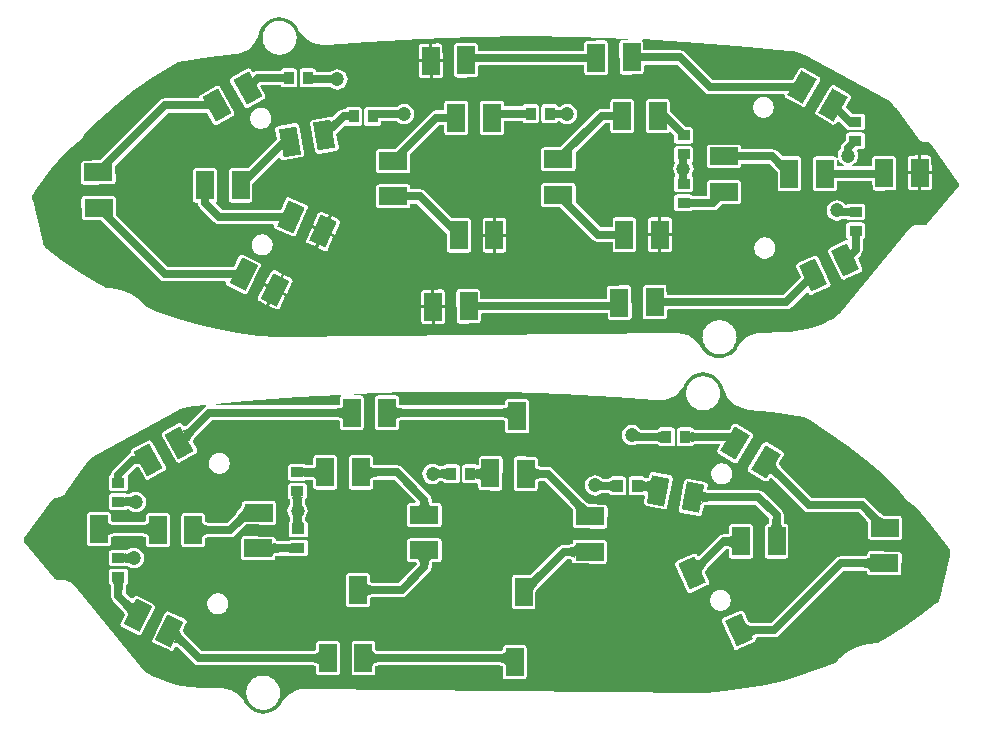
<source format=gtl>
G04 Layer_Physical_Order=1*
G04 Layer_Color=255*
%FSLAX44Y44*%
%MOMM*%
G71*
G01*
G75*
%ADD10R,1.5000X2.4000*%
G04:AMPARAMS|DCode=11|XSize=2.4mm|YSize=1.5mm|CornerRadius=0mm|HoleSize=0mm|Usage=FLASHONLY|Rotation=179.000|XOffset=0mm|YOffset=0mm|HoleType=Round|Shape=Rectangle|*
%AMROTATEDRECTD11*
4,1,4,1.2129,0.7289,1.1867,-0.7708,-1.2129,-0.7289,-1.1867,0.7708,1.2129,0.7289,0.0*
%
%ADD11ROTATEDRECTD11*%

%ADD12R,1.1000X0.9000*%
%ADD13R,2.4000X1.5000*%
%ADD14R,0.9000X1.1000*%
G04:AMPARAMS|DCode=15|XSize=2.4mm|YSize=1.5mm|CornerRadius=0mm|HoleSize=0mm|Usage=FLASHONLY|Rotation=119.000|XOffset=0mm|YOffset=0mm|HoleType=Round|Shape=Rectangle|*
%AMROTATEDRECTD15*
4,1,4,1.2377,-0.6859,-0.0742,-1.4131,-1.2377,0.6859,0.0742,1.4131,1.2377,-0.6859,0.0*
%
%ADD15ROTATEDRECTD15*%

G04:AMPARAMS|DCode=16|XSize=2.4mm|YSize=1.5mm|CornerRadius=0mm|HoleSize=0mm|Usage=FLASHONLY|Rotation=294.500|XOffset=0mm|YOffset=0mm|HoleType=Round|Shape=Rectangle|*
%AMROTATEDRECTD16*
4,1,4,-1.1801,0.7809,0.1848,1.4030,1.1801,-0.7809,-0.1848,-1.4030,-1.1801,0.7809,0.0*
%
%ADD16ROTATEDRECTD16*%

G04:AMPARAMS|DCode=17|XSize=2.4mm|YSize=1.5mm|CornerRadius=0mm|HoleSize=0mm|Usage=FLASHONLY|Rotation=89.500|XOffset=0mm|YOffset=0mm|HoleType=Round|Shape=Rectangle|*
%AMROTATEDRECTD17*
4,1,4,0.7395,-1.2065,-0.7604,-1.1934,-0.7395,1.2065,0.7604,1.1934,0.7395,-1.2065,0.0*
%
%ADD17ROTATEDRECTD17*%

G04:AMPARAMS|DCode=18|XSize=2.4mm|YSize=1.5mm|CornerRadius=0mm|HoleSize=0mm|Usage=FLASHONLY|Rotation=64.000|XOffset=0mm|YOffset=0mm|HoleType=Round|Shape=Rectangle|*
%AMROTATEDRECTD18*
4,1,4,0.1480,-1.4073,-1.2001,-0.7498,-0.1480,1.4073,1.2001,0.7498,0.1480,-1.4073,0.0*
%
%ADD18ROTATEDRECTD18*%

G04:AMPARAMS|DCode=19|XSize=2.4mm|YSize=1.5mm|CornerRadius=0mm|HoleSize=0mm|Usage=FLASHONLY|Rotation=59.000|XOffset=0mm|YOffset=0mm|HoleType=Round|Shape=Rectangle|*
%AMROTATEDRECTD19*
4,1,4,0.0248,-1.4149,-1.2609,-0.6423,-0.0248,1.4149,1.2609,0.6423,0.0248,-1.4149,0.0*
%
%ADD19ROTATEDRECTD19*%

G04:AMPARAMS|DCode=20|XSize=2.4mm|YSize=1.5mm|CornerRadius=0mm|HoleSize=0mm|Usage=FLASHONLY|Rotation=89.000|XOffset=0mm|YOffset=0mm|HoleType=Round|Shape=Rectangle|*
%AMROTATEDRECTD20*
4,1,4,0.7289,-1.2129,-0.7708,-1.1867,-0.7289,1.2129,0.7708,1.1867,0.7289,-1.2129,0.0*
%
%ADD20ROTATEDRECTD20*%

G04:AMPARAMS|DCode=21|XSize=2.4mm|YSize=1.5mm|CornerRadius=0mm|HoleSize=0mm|Usage=FLASHONLY|Rotation=79.000|XOffset=0mm|YOffset=0mm|HoleType=Round|Shape=Rectangle|*
%AMROTATEDRECTD21*
4,1,4,0.5072,-1.3211,-0.9652,-1.0349,-0.5072,1.3211,0.9652,1.0349,0.5072,-1.3211,0.0*
%
%ADD21ROTATEDRECTD21*%

G04:AMPARAMS|DCode=22|XSize=2.4mm|YSize=1.5mm|CornerRadius=0mm|HoleSize=0mm|Usage=FLASHONLY|Rotation=294.000|XOffset=0mm|YOffset=0mm|HoleType=Round|Shape=Rectangle|*
%AMROTATEDRECTD22*
4,1,4,-1.1732,0.7912,0.1971,1.4013,1.1732,-0.7912,-0.1971,-1.4013,-1.1732,0.7912,0.0*
%
%ADD22ROTATEDRECTD22*%

%ADD23C,0.7000*%
G04:AMPARAMS|DCode=24|XSize=2.4mm|YSize=1.5mm|CornerRadius=0mm|HoleSize=0mm|Usage=FLASHONLY|Rotation=280.000|XOffset=0mm|YOffset=0mm|HoleType=Round|Shape=Rectangle|*
%AMROTATEDRECTD24*
4,1,4,-0.9470,1.0515,0.5302,1.3120,0.9470,-1.0515,-0.5302,-1.3120,-0.9470,1.0515,0.0*
%
%ADD24ROTATEDRECTD24*%

G04:AMPARAMS|DCode=25|XSize=2.4mm|YSize=1.5mm|CornerRadius=0mm|HoleSize=0mm|Usage=FLASHONLY|Rotation=1.000|XOffset=0mm|YOffset=0mm|HoleType=Round|Shape=Rectangle|*
%AMROTATEDRECTD25*
4,1,4,-1.1867,-0.7708,-1.2129,0.7289,1.1867,0.7708,1.2129,-0.7289,-1.1867,-0.7708,0.0*
%
%ADD25ROTATEDRECTD25*%

G04:AMPARAMS|DCode=26|XSize=2.4mm|YSize=1.5mm|CornerRadius=0mm|HoleSize=0mm|Usage=FLASHONLY|Rotation=271.000|XOffset=0mm|YOffset=0mm|HoleType=Round|Shape=Rectangle|*
%AMROTATEDRECTD26*
4,1,4,-0.7708,1.1867,0.7289,1.2129,0.7708,-1.1867,-0.7289,-1.2129,-0.7708,1.1867,0.0*
%
%ADD26ROTATEDRECTD26*%

G04:AMPARAMS|DCode=27|XSize=2.4mm|YSize=1.5mm|CornerRadius=0mm|HoleSize=0mm|Usage=FLASHONLY|Rotation=295.500|XOffset=0mm|YOffset=0mm|HoleType=Round|Shape=Rectangle|*
%AMROTATEDRECTD27*
4,1,4,-1.1936,0.7602,0.1603,1.4060,1.1936,-0.7602,-0.1603,-1.4060,-1.1936,0.7602,0.0*
%
%ADD27ROTATEDRECTD27*%

G04:AMPARAMS|DCode=28|XSize=2.4mm|YSize=1.5mm|CornerRadius=0mm|HoleSize=0mm|Usage=FLASHONLY|Rotation=240.000|XOffset=0mm|YOffset=0mm|HoleType=Round|Shape=Rectangle|*
%AMROTATEDRECTD28*
4,1,4,-0.0495,1.4142,1.2495,0.6642,0.0495,-1.4142,-1.2495,-0.6642,-0.0495,1.4142,0.0*
%
%ADD28ROTATEDRECTD28*%

G04:AMPARAMS|DCode=29|XSize=2.4mm|YSize=1.5mm|CornerRadius=0mm|HoleSize=0mm|Usage=FLASHONLY|Rotation=66.000|XOffset=0mm|YOffset=0mm|HoleType=Round|Shape=Rectangle|*
%AMROTATEDRECTD29*
4,1,4,0.1971,-1.4013,-1.1732,-0.7912,-0.1971,1.4013,1.1732,0.7912,0.1971,-1.4013,0.0*
%
%ADD29ROTATEDRECTD29*%

%ADD30C,1.2000*%
G36*
X229036Y595457D02*
X232341Y594454D01*
X235386Y592827D01*
X238055Y590636D01*
X240245Y587967D01*
X241434Y585743D01*
X241434Y585743D01*
X241665Y585405D01*
X241772Y585291D01*
X243111Y582787D01*
X246059Y579194D01*
X249652Y576246D01*
X253750Y574055D01*
X258198Y572706D01*
X262823Y572250D01*
X263517Y572319D01*
X264787Y572364D01*
X266029Y572459D01*
X300565Y575101D01*
X345143Y577535D01*
X389764Y578996D01*
X434406Y579483D01*
X479048Y578996D01*
X520458Y577640D01*
X520448Y576370D01*
X516003Y576292D01*
X515015Y576078D01*
X514185Y575502D01*
X513638Y574652D01*
X513458Y573658D01*
X513458Y573658D01*
X513877Y549661D01*
X514092Y548674D01*
X514668Y547844D01*
X515518Y547297D01*
X516512Y547117D01*
X516512Y547117D01*
X531510Y547379D01*
X532497Y547593D01*
X533327Y548169D01*
X533874Y549019D01*
X534054Y550014D01*
X534054Y550014D01*
X533971Y554771D01*
X534861Y555677D01*
X562196D01*
X585654Y532219D01*
X587652Y530884D01*
X590009Y530415D01*
X652246D01*
X653455Y530269D01*
X653521Y529261D01*
X653968Y528355D01*
X654728Y527688D01*
X667718Y520188D01*
X667718Y520188D01*
X668675Y519864D01*
X669683Y519930D01*
X670590Y520377D01*
X671256Y521136D01*
X683256Y541921D01*
X683581Y542878D01*
X683515Y543886D01*
X683068Y544792D01*
X682308Y545458D01*
X669318Y552958D01*
X669318Y552958D01*
X668361Y553283D01*
X667353Y553217D01*
X666446Y552770D01*
X665780Y552011D01*
X660423Y542732D01*
X592560D01*
X569101Y566190D01*
X567103Y567525D01*
X564746Y567994D01*
X533740D01*
X533635Y574010D01*
X533420Y574997D01*
X532892Y575760D01*
X532967Y576109D01*
X533360Y577006D01*
X568247Y575101D01*
X612761Y571696D01*
X657191Y567320D01*
X660104Y566968D01*
X660097Y566890D01*
X661290Y566796D01*
X661345Y566788D01*
X665343Y565828D01*
X668616Y564473D01*
X669735Y563896D01*
X670862Y563309D01*
X739269Y526239D01*
X739270Y526236D01*
X739262Y526220D01*
X742218Y524409D01*
X745363Y521722D01*
X748050Y518577D01*
X748126Y518453D01*
X748152Y518394D01*
X766033Y493369D01*
X766252Y493164D01*
X766418Y492915D01*
X766510Y492854D01*
X766953Y492277D01*
X768748Y490899D01*
X770839Y490033D01*
X773082Y489738D01*
X773122Y489743D01*
X773130Y489742D01*
X773150Y489746D01*
X773165Y489743D01*
X775244Y489763D01*
X775249Y489762D01*
X775254Y489763D01*
X775282Y489763D01*
X775348Y489777D01*
X776365Y489190D01*
Y489190D01*
X777123Y488170D01*
X800939Y454840D01*
X800939Y454836D01*
X800921Y454824D01*
X801205Y454138D01*
X801189Y454060D01*
X801205Y453983D01*
X800885Y453212D01*
X800884Y453211D01*
X774009Y420553D01*
X773934Y420414D01*
X773069Y420056D01*
X773023Y420065D01*
X773003Y420061D01*
X772985Y420064D01*
X765903Y419997D01*
X765828Y419981D01*
X763742Y419707D01*
X761652Y418841D01*
X759856Y417463D01*
X759623Y417159D01*
X759531Y417098D01*
X759433Y416951D01*
X759296Y416839D01*
X701312Y346380D01*
X701237Y346373D01*
X701237Y346373D01*
Y346372D01*
X699582Y344435D01*
X696436Y341748D01*
X694126Y340333D01*
X693070Y339688D01*
X691939Y339153D01*
X685604Y336157D01*
X676697Y332970D01*
X667521Y330672D01*
X658164Y329284D01*
X649739Y328870D01*
X649670Y328884D01*
X649650Y328880D01*
X649635Y328882D01*
X635348Y328746D01*
X634078Y328757D01*
Y328757D01*
X629679Y328324D01*
X625231Y326975D01*
X621133Y324784D01*
X617540Y321836D01*
X614591Y318243D01*
X614151Y317419D01*
X613449Y316374D01*
X613448Y316372D01*
X612683Y314940D01*
X610493Y312271D01*
X607823Y310081D01*
X604778Y308453D01*
X601474Y307451D01*
X598037Y307112D01*
X594601Y307451D01*
X591297Y308453D01*
X588252Y310081D01*
X585583Y312271D01*
X583392Y314940D01*
X582784Y316078D01*
X582784Y316078D01*
X582085Y317143D01*
X581865Y317554D01*
X578917Y321147D01*
X575324Y324095D01*
X571226Y326286D01*
X566778Y327635D01*
X563170Y327990D01*
X562153Y328091D01*
X561927Y328068D01*
X561927Y328046D01*
X561925Y328045D01*
X224029Y324818D01*
X208272Y326058D01*
X190292Y328425D01*
X172460Y331730D01*
X154826Y335963D01*
X137437Y341114D01*
X120342Y347168D01*
X115012Y349376D01*
D01*
X113935Y349954D01*
X113459Y350272D01*
X112562Y351097D01*
X112045Y351664D01*
X111716Y352025D01*
X111694Y352049D01*
X111387Y352393D01*
X111386Y352394D01*
X111386Y352394D01*
X111384Y352396D01*
X111381Y352399D01*
X111379Y352402D01*
X111376Y352405D01*
X111345Y352429D01*
X111324Y352462D01*
X111094Y352707D01*
X111081Y352716D01*
X111073Y352729D01*
X110840Y352972D01*
X110828Y352981D01*
X110820Y352994D01*
X110585Y353235D01*
X110565Y353255D01*
X110564Y353256D01*
X110552Y353269D01*
X110549Y353273D01*
X110467Y353354D01*
X110329Y353495D01*
X110316Y353507D01*
X110313Y353512D01*
X110151Y353671D01*
X110069Y353754D01*
X110047Y353775D01*
X110047Y353775D01*
X110033Y353789D01*
X109833Y353985D01*
X109543Y354265D01*
X109543Y354265D01*
X109520Y354286D01*
X109283Y354512D01*
X109277Y354517D01*
X109276Y354518D01*
X109255Y354538D01*
X109013Y354764D01*
X109011Y354766D01*
X109009Y354767D01*
X108987Y354787D01*
X108914Y354854D01*
X108741Y355013D01*
X108727Y355022D01*
X108718Y355034D01*
X108468Y355259D01*
X108455Y355267D01*
X108446Y355279D01*
X108195Y355502D01*
X108181Y355510D01*
X108172Y355522D01*
X107919Y355743D01*
X107905Y355751D01*
X107895Y355764D01*
X107642Y355981D01*
X107633Y355986D01*
X107626Y355994D01*
X107626Y355995D01*
X107621Y355998D01*
X107618Y356002D01*
X107363Y356217D01*
X107349Y356225D01*
X107339Y356237D01*
X107080Y356451D01*
X107066Y356459D01*
X107057Y356471D01*
X106797Y356683D01*
X106783Y356690D01*
X106773Y356702D01*
X106512Y356912D01*
X106498Y356919D01*
X106488Y356931D01*
X106224Y357139D01*
X106210Y357146D01*
X106200Y357158D01*
X105936Y357362D01*
X105926Y357367D01*
X105919Y357376D01*
X105918Y357377D01*
X105914Y357379D01*
X105911Y357382D01*
X105646Y357584D01*
X105632Y357591D01*
X105621Y357603D01*
X105353Y357804D01*
X105338Y357811D01*
X105327Y357823D01*
X105059Y358021D01*
X105051Y358025D01*
X105044Y358031D01*
X105043Y358032D01*
X105037Y358035D01*
X105033Y358040D01*
X104763Y358235D01*
X104749Y358242D01*
X104738Y358253D01*
X104465Y358448D01*
X104451Y358454D01*
X104440Y358465D01*
X104166Y358657D01*
X104151Y358663D01*
X104141Y358674D01*
X103865Y358864D01*
X103850Y358870D01*
X103840Y358881D01*
X103562Y359068D01*
X103547Y359075D01*
X103536Y359086D01*
X103259Y359269D01*
X103244Y359276D01*
X103232Y359287D01*
X102952Y359469D01*
X102938Y359475D01*
X102927Y359486D01*
X102645Y359666D01*
X102630Y359672D01*
X102619Y359682D01*
X102336Y359860D01*
X102321Y359866D01*
X102309Y359876D01*
X102026Y360051D01*
X102013Y360056D01*
X102002Y360065D01*
X102001Y360066D01*
X102000Y360067D01*
X101999Y360068D01*
X101714Y360240D01*
X101712Y360241D01*
X101709Y360243D01*
X101707Y360244D01*
X101697Y360248D01*
X101688Y360255D01*
X101687Y360256D01*
X101687Y360256D01*
X101687Y360256D01*
X101401Y360426D01*
X101385Y360431D01*
X101373Y360442D01*
X101371Y360443D01*
X101371Y360444D01*
X101370Y360444D01*
X101086Y360609D01*
X101070Y360615D01*
X101058Y360625D01*
X100770Y360790D01*
X100755Y360795D01*
X100743Y360806D01*
X100451Y360969D01*
X100436Y360973D01*
X100424Y360983D01*
X100132Y361144D01*
X100117Y361149D01*
X100105Y361158D01*
X99812Y361316D01*
X99797Y361321D01*
X99785Y361331D01*
X99784Y361331D01*
X99784Y361331D01*
X99784Y361331D01*
X99491Y361486D01*
X99476Y361490D01*
X99464Y361500D01*
X99463Y361501D01*
X99463Y361501D01*
X99462Y361501D01*
X99168Y361653D01*
X99153Y361657D01*
X99140Y361668D01*
X98843Y361818D01*
X98828Y361822D01*
X98815Y361832D01*
X98517Y361979D01*
X98502Y361984D01*
X98489Y361993D01*
X98191Y362138D01*
X98176Y362142D01*
X98163Y362151D01*
X97863Y362294D01*
X97847Y362298D01*
X97835Y362307D01*
X97533Y362447D01*
X97518Y362451D01*
X97506Y362460D01*
X97324Y362543D01*
X97203Y362598D01*
X97175Y362610D01*
X97174Y362611D01*
X97171Y362612D01*
X96872Y362745D01*
X96844Y362757D01*
X96843Y362758D01*
X96837Y362761D01*
X96539Y362890D01*
X96511Y362902D01*
X96511Y362902D01*
X96177Y363045D01*
X95870Y363172D01*
X95870Y363172D01*
X95869Y363172D01*
X95563Y363296D01*
X95559Y363297D01*
X95536Y363306D01*
X95536Y363306D01*
X95509Y363317D01*
X95508Y363317D01*
X95506Y363318D01*
X95205Y363437D01*
X95198Y363440D01*
X95197Y363440D01*
X95169Y363451D01*
X94863Y363568D01*
X94860Y363570D01*
X94859Y363570D01*
X94831Y363581D01*
X94689Y363634D01*
X94522Y363697D01*
X94506Y363700D01*
X94492Y363708D01*
X94183Y363821D01*
X94166Y363824D01*
X94152Y363832D01*
X93843Y363942D01*
X93833Y363944D01*
X93824Y363949D01*
X93823Y363949D01*
X93820Y363950D01*
X93816Y363951D01*
X93814Y363952D01*
X93812Y363953D01*
X93811Y363953D01*
X93501Y364061D01*
X93484Y364063D01*
X93470Y364072D01*
X93158Y364176D01*
X93142Y364178D01*
X93128Y364186D01*
X92815Y364289D01*
X92799Y364291D01*
X92784Y364299D01*
X92472Y364398D01*
X92456Y364400D01*
X92441Y364408D01*
X92126Y364505D01*
X92110Y364507D01*
X92096Y364514D01*
X91782Y364608D01*
X91769Y364610D01*
X91757Y364616D01*
X91757Y364616D01*
X91753Y364616D01*
X91750Y364618D01*
X91435Y364709D01*
X91419Y364710D01*
X91404Y364718D01*
X91089Y364806D01*
X91073Y364808D01*
X91058Y364815D01*
X90741Y364901D01*
X90725Y364902D01*
X90710Y364909D01*
X90392Y364992D01*
X90376Y364994D01*
X90361Y365000D01*
X90044Y365081D01*
X90028Y365081D01*
X90013Y365088D01*
X89694Y365166D01*
X89678Y365167D01*
X89664Y365173D01*
X89345Y365248D01*
X89328Y365249D01*
X89313Y365256D01*
X88995Y365327D01*
X88989Y365328D01*
X88983Y365330D01*
X88982Y365330D01*
X88972Y365331D01*
X88963Y365335D01*
X88644Y365404D01*
X88627Y365404D01*
X88612Y365410D01*
X88292Y365477D01*
X88275Y365477D01*
X88260Y365483D01*
X87942Y365546D01*
X87929D01*
X87918Y365551D01*
X87916Y365551D01*
X87913Y365551D01*
X87909Y365553D01*
X87588Y365614D01*
X87579Y365613D01*
X87570Y365617D01*
X87569Y365617D01*
X87565Y365617D01*
X87562Y365618D01*
X87562Y365618D01*
X87558Y365618D01*
X87555Y365620D01*
X87236Y365677D01*
X87219Y365677D01*
X87204Y365683D01*
X86882Y365738D01*
X86866Y365737D01*
X86851Y365743D01*
X86529Y365796D01*
X86512Y365795D01*
X86496Y365801D01*
X86177Y365850D01*
X86168Y365849D01*
X86161Y365852D01*
X86159Y365852D01*
X86151Y365852D01*
X86143Y365855D01*
X85822Y365901D01*
X85805Y365900D01*
X85789Y365906D01*
X85467Y365949D01*
X85455Y365949D01*
X85443Y365952D01*
X85443Y365953D01*
X85438Y365952D01*
X85434Y365954D01*
X85113Y365994D01*
X85096Y365993D01*
X85080Y365998D01*
X84759Y366036D01*
X84742Y366035D01*
X84726Y366040D01*
X84403Y366075D01*
X84387Y366074D01*
X84371Y366078D01*
X84048Y366111D01*
X84031Y366109D01*
X84015Y366114D01*
X83694Y366143D01*
X83689Y366143D01*
X83684Y366144D01*
X83683Y366144D01*
X83672Y366143D01*
X83661Y366146D01*
X83338Y366172D01*
X83321Y366170D01*
X83304Y366175D01*
X82983Y366199D01*
X82966Y366196D01*
X82950Y366201D01*
X82627Y366222D01*
X82611Y366219D01*
X82595Y366223D01*
X82272Y366241D01*
X82255Y366239D01*
X82239Y366243D01*
X81917Y366258D01*
X81900Y366255D01*
X81884Y366259D01*
X81561Y366272D01*
X81545Y366269D01*
X81528Y366273D01*
X81207Y366282D01*
X81190Y366279D01*
X81173Y366283D01*
X80851Y366289D01*
X80835Y366286D01*
X80818Y366289D01*
X80609Y366292D01*
X80588Y366288D01*
X80565Y366292D01*
X80515Y366282D01*
X80457Y366294D01*
X80388Y366280D01*
X78752Y366605D01*
X77629Y367122D01*
X77629Y367122D01*
X71281Y370569D01*
X55818Y380044D01*
X40872Y390316D01*
X28895Y399507D01*
X27920Y400322D01*
X27920Y400322D01*
Y400322D01*
X27042Y401153D01*
X26098Y402566D01*
X25754Y403767D01*
X25405Y404989D01*
X16783Y440775D01*
X16537Y442022D01*
X16537Y442022D01*
X16537Y442022D01*
X16244Y443492D01*
X16731Y445942D01*
X17550Y447168D01*
X17533Y447180D01*
X20572Y451495D01*
X32542Y466833D01*
X45251Y481566D01*
X47359Y483780D01*
X47359D01*
X47739Y484094D01*
X48718Y484835D01*
Y484835D01*
X49714Y485589D01*
X50963Y486354D01*
X55278Y490040D01*
X58964Y494355D01*
X60936Y497575D01*
X61022Y497531D01*
X61028Y497528D01*
X61304Y497942D01*
X62065Y498892D01*
X72758Y509073D01*
X87490Y521781D01*
X102828Y533751D01*
X118735Y544954D01*
X135173Y555363D01*
X139955Y558072D01*
X167297Y561976D01*
X188404Y564520D01*
Y564520D01*
X189654Y564765D01*
X190178Y564817D01*
X194625Y566166D01*
X198724Y568357D01*
X202317Y571305D01*
X205265Y574898D01*
X207456Y578997D01*
X208137Y581242D01*
X208558Y582388D01*
X208559Y582389D01*
X208558Y582389D01*
X209327Y584922D01*
X210954Y587967D01*
X213145Y590636D01*
X215814Y592827D01*
X218859Y594454D01*
X222164Y595457D01*
X225600Y595795D01*
X229036Y595457D01*
D02*
G37*
G36*
X587779Y294573D02*
X591094Y293568D01*
X594148Y291935D01*
X596825Y289738D01*
X599023Y287061D01*
X600656Y284006D01*
X601058Y282678D01*
X601369Y281487D01*
X601368Y281484D01*
X601377Y281457D01*
X601379Y281452D01*
X601391Y281429D01*
X601841Y280340D01*
X602526Y278081D01*
X604712Y273991D01*
X607654Y270407D01*
X611238Y267465D01*
X615328Y265280D01*
X619765Y263933D01*
X620278Y263883D01*
X621174Y263649D01*
X621509Y263558D01*
X621523Y263552D01*
X622793Y263486D01*
X642642Y261093D01*
X669995Y257188D01*
X674787Y254473D01*
X691227Y244063D01*
X707136Y232858D01*
X722477Y220886D01*
X737211Y208176D01*
X746975Y198881D01*
X747750Y197859D01*
X747774Y197842D01*
X747800Y197831D01*
X748212Y197442D01*
X748546Y197089D01*
X748792Y196813D01*
X748938Y196582D01*
X748964Y196519D01*
X749153Y196400D01*
X749834Y195373D01*
X751012Y193451D01*
X754692Y189142D01*
X759001Y185462D01*
X760222Y184714D01*
X761223Y183918D01*
X761245Y183903D01*
X761250Y183901D01*
X761645Y183652D01*
X762451Y182772D01*
X762464Y182741D01*
X762613Y182880D01*
X764722Y180666D01*
X777432Y165931D01*
X789403Y150591D01*
X791732Y147284D01*
X792131Y146625D01*
X792378Y146215D01*
X792379Y146213D01*
X792387Y146200D01*
X792388Y146200D01*
X792389Y146200D01*
X792471Y146091D01*
X793145Y145187D01*
X793252Y145027D01*
X793710Y142723D01*
X793677Y142556D01*
X793710Y142389D01*
X793701Y142342D01*
X793430Y141116D01*
X793419Y141090D01*
X793204Y139836D01*
X784579Y104040D01*
X784200Y102826D01*
X784185Y102791D01*
X783867Y101581D01*
X782964Y100231D01*
X782293Y99686D01*
X781973Y99431D01*
X781973Y99431D01*
X781950Y99417D01*
X781049Y98512D01*
X769091Y89337D01*
X754143Y79063D01*
X738678Y69586D01*
X733435Y66739D01*
X732337Y66143D01*
X732321Y66154D01*
X732321Y66154D01*
X732309Y66150D01*
X731190Y65616D01*
X730570Y65493D01*
X729299Y65527D01*
X729112Y65525D01*
X728052Y65472D01*
X727688Y65448D01*
X727330Y65420D01*
X726977Y65391D01*
X726277Y65326D01*
X725209Y65201D01*
X724855Y65154D01*
X724143Y65050D01*
X723438Y64935D01*
X722377Y64740D01*
X722021Y64668D01*
X721311Y64516D01*
X720956Y64434D01*
X720275Y64275D01*
X719576Y64094D01*
X719223Y63999D01*
X718527Y63802D01*
X717835Y63594D01*
X717496Y63488D01*
X717125Y63367D01*
X716806Y63262D01*
X715776Y62901D01*
X715449Y62782D01*
X715107Y62652D01*
X714764Y62520D01*
X714088Y62249D01*
X714066Y62240D01*
X713724Y62098D01*
X713378Y61952D01*
X713042Y61806D01*
X712719Y61663D01*
X712423Y61528D01*
X711738Y61209D01*
X711438Y61063D01*
X711075Y60886D01*
X710760Y60728D01*
X710427Y60558D01*
X710114Y60394D01*
X709792Y60222D01*
X709472Y60049D01*
X709151Y59872D01*
X708861Y59707D01*
X708545Y59525D01*
X707916Y59155D01*
X707257Y58757D01*
X706956Y58567D01*
X706637Y58365D01*
X706323Y58163D01*
X705734Y57767D01*
X705130Y57351D01*
X704828Y57138D01*
X704225Y56703D01*
X703967Y56511D01*
X703936Y56487D01*
X703362Y56049D01*
X702489Y55361D01*
X701920Y54893D01*
X701084Y54177D01*
X700807Y53933D01*
X699998Y53194D01*
X699729Y52940D01*
X699501Y52711D01*
X698992Y52176D01*
X698748Y51912D01*
X698424Y51521D01*
X698423Y51519D01*
X698001Y50869D01*
X697358Y50338D01*
X697357D01*
X697357Y50337D01*
X697126Y50044D01*
X696874Y49738D01*
X696447Y49254D01*
X696018Y48967D01*
X695489Y48684D01*
X694929Y48385D01*
X693767Y47903D01*
X689610Y46181D01*
X672512Y40127D01*
X655121Y34975D01*
X637484Y30741D01*
X619649Y27436D01*
X601666Y25068D01*
X587140Y23925D01*
X585871Y24052D01*
X585841Y24064D01*
X585707Y24009D01*
X585538Y23831D01*
X584600Y23840D01*
X249240Y27043D01*
X249178Y27045D01*
X249157Y27049D01*
X249156Y27049D01*
X247985Y27291D01*
Y27286D01*
X247970Y27273D01*
X246851Y27009D01*
X243165Y26646D01*
X238727Y25300D01*
X234638Y23114D01*
X231054Y20172D01*
X228112Y16588D01*
X227900Y16191D01*
X227181Y15139D01*
X227172Y15115D01*
X227190Y15105D01*
X226585Y13974D01*
X224388Y11297D01*
X221711Y9100D01*
X218656Y7467D01*
X215342Y6461D01*
X211895Y6122D01*
X208448Y6461D01*
X205134Y7467D01*
X202079Y9100D01*
X199402Y11297D01*
X197204Y13974D01*
X197055Y14255D01*
X196465Y15379D01*
X196454Y15405D01*
X195915Y16185D01*
X195777Y16388D01*
X195756Y16420D01*
X195744Y16439D01*
X195296Y17277D01*
X192354Y20861D01*
X188770Y23803D01*
X184680Y25989D01*
X180243Y27335D01*
X176972Y27657D01*
X175859Y27968D01*
X175859Y27969D01*
X175859Y27969D01*
X175834Y27980D01*
X175824Y27980D01*
X175824Y27980D01*
X175815Y27976D01*
X175613Y27938D01*
X175613Y27938D01*
X174562Y27756D01*
X161558Y27880D01*
X160441Y28091D01*
X160305Y28119D01*
X160296Y28122D01*
X160274Y28126D01*
X159003Y27938D01*
X151763Y28294D01*
X142401Y29683D01*
X133219Y31982D01*
X124308Y35171D01*
X117989Y38159D01*
X116902Y38752D01*
X116901Y38755D01*
X116874Y38768D01*
X116871Y38769D01*
X115766Y39358D01*
X113464Y40768D01*
X110313Y43460D01*
X109478Y44437D01*
X109446Y44481D01*
X108726Y45485D01*
X108726Y45485D01*
X108726Y45485D01*
X108714Y45486D01*
X107805Y46350D01*
X51391Y114901D01*
X50698Y115743D01*
X50719Y115956D01*
X50719Y115956D01*
X50709Y115981D01*
X50040Y116487D01*
X50039Y116488D01*
X49729Y116725D01*
X48254Y117858D01*
X46176Y118718D01*
X45240Y118841D01*
X45129Y118856D01*
X44041Y119229D01*
X44041Y119230D01*
X44040Y119230D01*
X44019Y119238D01*
X44013Y119239D01*
X44013Y119239D01*
X44010Y119237D01*
X42841Y119018D01*
X38214Y119062D01*
X37135Y119265D01*
X36970Y119298D01*
X35989Y119705D01*
X35983Y119706D01*
X35064Y120576D01*
X9822Y151249D01*
X9556Y151664D01*
X9132Y152331D01*
X9126Y152340D01*
X9085Y152474D01*
X8981Y152833D01*
X8898Y153130D01*
X8967Y153490D01*
X9046Y153868D01*
X9056Y153893D01*
X9036Y154014D01*
X9668Y154940D01*
X32769Y187269D01*
X33569Y188180D01*
X33571Y188180D01*
Y188180D01*
X34685Y188645D01*
X34685D01*
X34687Y188646D01*
X34692Y188650D01*
X35682Y188837D01*
X36767Y188633D01*
X36788Y188625D01*
X36795Y188625D01*
X36802Y188624D01*
X36802Y188624D01*
X36806Y188626D01*
X36850Y188856D01*
X39080Y189149D01*
X41157Y190010D01*
X42142Y190765D01*
X42941Y191379D01*
X43056Y191529D01*
X43120Y191603D01*
X43945Y192387D01*
X43949Y192397D01*
X44594Y193498D01*
X60991Y216447D01*
X61825Y217411D01*
X61831Y217419D01*
X61842Y217445D01*
X62167Y217933D01*
X62556Y218512D01*
X64531Y220824D01*
X67683Y223516D01*
X69555Y224663D01*
X70650Y225280D01*
X70685Y225295D01*
X70698Y225302D01*
X71758Y225958D01*
X139033Y262413D01*
X140161Y262948D01*
X140182Y262957D01*
X141287Y263582D01*
X144572Y264944D01*
X148603Y265911D01*
X148640Y265914D01*
X148643Y265914D01*
X149820Y265919D01*
X149822Y265901D01*
X149849Y265907D01*
X151006Y266224D01*
X151014Y266226D01*
X152192Y266371D01*
X152275Y266381D01*
X152735Y266437D01*
X163155Y267463D01*
X163596Y266230D01*
X162079Y265217D01*
X146636Y249774D01*
X146195Y249407D01*
X146178Y249394D01*
X144597Y249627D01*
X143963Y250772D01*
X143310Y251543D01*
X142411Y252005D01*
X141404Y252089D01*
X140442Y251781D01*
X140442Y251781D01*
X127323Y244509D01*
X126552Y243856D01*
X126089Y242958D01*
X126005Y241951D01*
X126313Y240988D01*
X137949Y219997D01*
X138602Y219226D01*
X139500Y218764D01*
X140507Y218680D01*
X141469Y218988D01*
X141469Y218988D01*
X154589Y226260D01*
X155360Y226913D01*
X155822Y227811D01*
X155906Y228818D01*
X155598Y229781D01*
X152120Y236056D01*
X152101Y236142D01*
X152096Y236387D01*
X152149Y236725D01*
X152292Y237175D01*
X152552Y237733D01*
X152947Y238389D01*
X153484Y239128D01*
X153891Y239611D01*
X168984Y254704D01*
X273974D01*
X274575Y254651D01*
X275406Y254513D01*
X276042Y254343D01*
X276473Y254167D01*
X276707Y254025D01*
X276747Y253988D01*
Y248862D01*
X276944Y247871D01*
X277505Y247031D01*
X278345Y246470D01*
X279336Y246273D01*
X294336D01*
X295327Y246470D01*
X296168Y247031D01*
X296729Y247871D01*
X296926Y248862D01*
Y272862D01*
X296729Y273853D01*
X296168Y274694D01*
X295327Y275255D01*
X294336Y275452D01*
X288404D01*
X288383Y276722D01*
X330883Y278113D01*
X375527Y278600D01*
X420170Y278113D01*
X464792Y276653D01*
X509371Y274219D01*
X543911Y271576D01*
X545117Y271335D01*
X545130Y271329D01*
X546413Y271437D01*
X547109Y271368D01*
X551724Y271823D01*
X556161Y273169D01*
X560251Y275355D01*
X563835Y278296D01*
X566777Y281881D01*
X567816Y283824D01*
X568411Y284772D01*
X568414Y284776D01*
X568450Y284779D01*
X568451Y284780D01*
X568459Y284797D01*
X568469Y284821D01*
X568478Y284843D01*
X568479Y284846D01*
X568471Y284870D01*
X569642Y287061D01*
X571839Y289738D01*
X574516Y291935D01*
X577571Y293568D01*
X580886Y294573D01*
X584332Y294913D01*
X587779Y294573D01*
D02*
G37*
G36*
X277846Y274921D02*
X277505Y274694D01*
X276944Y273853D01*
X276747Y272862D01*
Y267736D01*
X276707Y267700D01*
X276473Y267558D01*
X276042Y267382D01*
X275406Y267211D01*
X274575Y267073D01*
X273974Y267021D01*
X171619D01*
X171556Y268291D01*
X197166Y270813D01*
X241682Y274219D01*
X277429Y276170D01*
X277846Y274921D01*
D02*
G37*
G36*
X279400Y253862D02*
X279329Y254527D01*
X279119Y255122D01*
X278767Y255647D01*
X278275Y256102D01*
X277642Y256487D01*
X276869Y256802D01*
X275955Y257047D01*
X274900Y257222D01*
X273705Y257327D01*
X272369Y257362D01*
Y264362D01*
X273705Y264397D01*
X274900Y264502D01*
X275955Y264677D01*
X276869Y264922D01*
X277642Y265237D01*
X278275Y265622D01*
X278767Y266077D01*
X279119Y266602D01*
X279329Y267197D01*
X279400Y267862D01*
Y253862D01*
D02*
G37*
G36*
X153163Y242642D02*
X152236Y241666D01*
X151444Y240725D01*
X150786Y239821D01*
X150263Y238952D01*
X149874Y238119D01*
X149621Y237322D01*
X149502Y236561D01*
X149517Y235836D01*
X149667Y235147D01*
X149952Y234493D01*
X142891Y247232D01*
X143277Y246675D01*
X143727Y246281D01*
X144241Y246051D01*
X144819Y245984D01*
X145462Y246080D01*
X146168Y246340D01*
X146938Y246763D01*
X147772Y247349D01*
X148671Y248099D01*
X149633Y249011D01*
X153163Y242642D01*
D02*
G37*
%LPC*%
G36*
X225758Y592765D02*
X225591Y592731D01*
X225420Y592743D01*
X224830Y592665D01*
X224653D01*
X224403Y592615D01*
X224148D01*
X223553Y592497D01*
X222353Y592339D01*
X222032Y592230D01*
X221700Y592164D01*
X218842Y590980D01*
X218560Y590792D01*
X218256Y590642D01*
X217068Y589730D01*
X216881Y589605D01*
X216801Y589525D01*
X215802Y588758D01*
X215578Y588504D01*
X215324Y588280D01*
X214557Y587281D01*
X214530Y587254D01*
X214488Y587191D01*
X213440Y585826D01*
X213291Y585522D01*
X213102Y585240D01*
X211918Y582382D01*
X211852Y582050D01*
X211743Y581729D01*
X211339Y578662D01*
X211362Y578324D01*
X211339Y577985D01*
X211743Y574918D01*
X211852Y574597D01*
X211918Y574265D01*
X213102Y571407D01*
X213291Y571125D01*
X213440Y570821D01*
X214503Y569436D01*
X214530Y569396D01*
X214547Y569379D01*
X215324Y568367D01*
X215578Y568143D01*
X215802Y567889D01*
X216814Y567112D01*
X216881Y567045D01*
X217039Y566939D01*
X218256Y566005D01*
X218560Y565855D01*
X218842Y565667D01*
X221700Y564483D01*
X222032Y564417D01*
X222353Y564308D01*
X223596Y564145D01*
X224148Y564035D01*
X224403D01*
X224653Y563985D01*
X224807D01*
X225420Y563904D01*
X225591Y563916D01*
X225758Y563882D01*
X225926Y563916D01*
X226096Y563904D01*
X226709Y563985D01*
X226967D01*
X227218Y564035D01*
X227473D01*
X228227Y564185D01*
X229164Y564308D01*
X229485Y564417D01*
X229817Y564483D01*
X230136Y564616D01*
X230228Y564634D01*
X232367Y565520D01*
X232445Y565572D01*
X232675Y565667D01*
X232809Y565756D01*
X232815Y565759D01*
X232965Y565860D01*
X233261Y566005D01*
X233782Y566405D01*
X234739Y567045D01*
X234919Y567225D01*
X235131Y567367D01*
X235449Y567685D01*
X235715Y567889D01*
X235939Y568143D01*
X236193Y568367D01*
X236397Y568633D01*
X236768Y569003D01*
X236910Y569216D01*
X237090Y569396D01*
X237813Y570477D01*
X238077Y570821D01*
X238173Y571016D01*
X238376Y571320D01*
X238407Y571395D01*
X238415Y571407D01*
X238481Y571567D01*
X238615Y571768D01*
X239501Y573907D01*
X239548Y574143D01*
X239599Y574265D01*
X239601Y574278D01*
X239648Y574392D01*
X239724Y574772D01*
X239774Y574918D01*
X239814Y575224D01*
X240100Y576662D01*
Y576917D01*
X240150Y577168D01*
Y577776D01*
X240177Y577985D01*
X240155Y578324D01*
X240177Y578662D01*
X240150Y578871D01*
Y579482D01*
X240100Y579732D01*
Y579987D01*
X239813Y581432D01*
X239774Y581729D01*
X239725Y581871D01*
X239648Y582258D01*
X239600Y582374D01*
X239599Y582382D01*
X239549Y582501D01*
X239501Y582743D01*
X238615Y584882D01*
X238478Y585087D01*
X238415Y585240D01*
X238410Y585247D01*
X238376Y585330D01*
X238167Y585642D01*
X238077Y585826D01*
X237828Y586150D01*
X237090Y587254D01*
X236910Y587434D01*
X236768Y587646D01*
X236388Y588027D01*
X236193Y588280D01*
X235939Y588504D01*
X235715Y588758D01*
X235462Y588953D01*
X235131Y589283D01*
X234919Y589425D01*
X234739Y589605D01*
X233753Y590264D01*
X233261Y590642D01*
X232982Y590779D01*
X232815Y590891D01*
X232798Y590898D01*
X232675Y590980D01*
X232457Y591070D01*
X232367Y591130D01*
X230228Y592016D01*
X230123Y592037D01*
X229817Y592164D01*
X229485Y592230D01*
X229164Y592339D01*
X228270Y592456D01*
X227473Y592615D01*
X227218D01*
X226967Y592665D01*
X226688D01*
X226096Y592743D01*
X225926Y592731D01*
X225758Y592765D01*
D02*
G37*
G36*
X501005Y576030D02*
X501005Y576030D01*
X486007Y575768D01*
X485020Y575554D01*
X484190Y574978D01*
X483643Y574128D01*
X483463Y573134D01*
X483463Y573134D01*
X483546Y568376D01*
X482656Y567470D01*
X393703D01*
X393632Y571522D01*
X393418Y572510D01*
X392842Y573340D01*
X391992Y573886D01*
X390998Y574066D01*
X390998Y574066D01*
X376000Y573805D01*
X375013Y573590D01*
X374182Y573014D01*
X373636Y572164D01*
X373456Y571170D01*
X373456Y571170D01*
X373875Y547174D01*
X374089Y546186D01*
X374665Y545356D01*
X375515Y544809D01*
X376509Y544629D01*
X376509Y544629D01*
X391507Y544891D01*
X392495Y545106D01*
X393325Y545682D01*
X393871Y546531D01*
X394051Y547526D01*
X394051Y547526D01*
X393934Y554247D01*
X394824Y555153D01*
X483777D01*
X483882Y549137D01*
X484096Y548150D01*
X484673Y547320D01*
X485522Y546773D01*
X486517Y546593D01*
X486517Y546593D01*
X501514Y546855D01*
X502502Y547069D01*
X503332Y547645D01*
X503879Y548495D01*
X504058Y549489D01*
X504058Y549490D01*
X503640Y573486D01*
X503425Y574473D01*
X502849Y575303D01*
X502000Y575850D01*
X501005Y576030D01*
D02*
G37*
G36*
X361003Y573542D02*
X361003Y573542D01*
X354774Y573433D01*
X355006Y560115D01*
X363825Y560269D01*
X363637Y570998D01*
X363423Y571985D01*
X362847Y572816D01*
X361997Y573362D01*
X361003Y573542D01*
D02*
G37*
G36*
X352234Y573389D02*
X346005Y573280D01*
X345018Y573066D01*
X344187Y572490D01*
X343641Y571640D01*
X343461Y570646D01*
X343461Y570646D01*
X343648Y559917D01*
X352466Y560071D01*
X352234Y573389D01*
D02*
G37*
G36*
X238258Y552413D02*
X229258D01*
X228267Y552216D01*
X227427Y551655D01*
X226866Y550815D01*
X226800Y550482D01*
X207606D01*
X205249Y550013D01*
X204246Y549343D01*
X202568Y549749D01*
X201885Y550983D01*
X201232Y551754D01*
X200334Y552217D01*
X199327Y552300D01*
X198364Y551992D01*
X198364Y551992D01*
X185245Y544720D01*
X184474Y544067D01*
X184011Y543169D01*
X183927Y542162D01*
X184235Y541199D01*
X195871Y520209D01*
X196524Y519437D01*
X197422Y518975D01*
X198429Y518891D01*
X199392Y519199D01*
X199392Y519199D01*
X212511Y526471D01*
X213282Y527124D01*
X213745Y528022D01*
X213828Y529029D01*
X213520Y529992D01*
X209556Y537144D01*
X210347Y538165D01*
X226800D01*
X226866Y537832D01*
X227427Y536992D01*
X228267Y536431D01*
X229258Y536234D01*
X238258D01*
X239249Y536431D01*
X240090Y536992D01*
X240651Y537832D01*
X240848Y538824D01*
Y549824D01*
X240651Y550815D01*
X240090Y551655D01*
X239249Y552216D01*
X238258Y552413D01*
D02*
G37*
G36*
X363869Y557730D02*
X355050Y557576D01*
X355283Y544258D01*
X361512Y544367D01*
X362499Y544581D01*
X363330Y545157D01*
X363876Y546007D01*
X364056Y547001D01*
X364056Y547002D01*
X363869Y557730D01*
D02*
G37*
G36*
X352511Y557532D02*
X343692Y557378D01*
X343880Y546649D01*
X344094Y545662D01*
X344670Y544832D01*
X345520Y544285D01*
X346514Y544105D01*
X346514Y544105D01*
X352743Y544214D01*
X352511Y557532D01*
D02*
G37*
G36*
X254258Y552413D02*
X245259D01*
X244267Y552216D01*
X243427Y551655D01*
X242866Y550815D01*
X242669Y549824D01*
Y538824D01*
X242866Y537832D01*
X243427Y536992D01*
X244267Y536431D01*
X245259Y536234D01*
X254258D01*
X255250Y536431D01*
X255974Y536915D01*
X268756D01*
X270452Y535614D01*
X272529Y534753D01*
X274758Y534460D01*
X276988Y534753D01*
X279065Y535614D01*
X280849Y536983D01*
X282218Y538767D01*
X283079Y540844D01*
X283372Y543074D01*
X283079Y545303D01*
X282218Y547380D01*
X280849Y549164D01*
X279065Y550533D01*
X276988Y551394D01*
X274758Y551687D01*
X272529Y551394D01*
X270452Y550533D01*
X268756Y549232D01*
X256848D01*
Y549824D01*
X256651Y550815D01*
X256090Y551655D01*
X255250Y552216D01*
X254258Y552413D01*
D02*
G37*
G36*
X469258Y522437D02*
X467029Y522144D01*
X464952Y521283D01*
X463256Y519982D01*
X461517D01*
X461401Y520565D01*
X460840Y521405D01*
X460000Y521966D01*
X459008Y522163D01*
X450008D01*
X449017Y521966D01*
X448177Y521405D01*
X447616Y520565D01*
X447419Y519574D01*
Y508574D01*
X447616Y507583D01*
X448177Y506742D01*
X449017Y506181D01*
X450008Y505984D01*
X459008D01*
X460000Y506181D01*
X460840Y506742D01*
X461401Y507583D01*
X461418Y507665D01*
X463256D01*
X464952Y506364D01*
X467029Y505503D01*
X469258Y505210D01*
X471488Y505503D01*
X473565Y506364D01*
X475349Y507733D01*
X476718Y509517D01*
X477579Y511594D01*
X477872Y513824D01*
X477579Y516053D01*
X476718Y518130D01*
X475349Y519914D01*
X473565Y521283D01*
X471488Y522144D01*
X469258Y522437D01*
D02*
G37*
G36*
X523508Y526664D02*
X508508D01*
X507517Y526466D01*
X506677Y525905D01*
X506116Y525065D01*
X505919Y524074D01*
Y518232D01*
X498509D01*
X498509Y518232D01*
X496152Y517763D01*
X494154Y516428D01*
X463139Y485413D01*
X449758D01*
X448767Y485216D01*
X447927Y484655D01*
X447366Y483815D01*
X447169Y482824D01*
Y467824D01*
X447366Y466833D01*
X447927Y465992D01*
X448767Y465431D01*
X449758Y465234D01*
X473759D01*
X474749Y465431D01*
X475590Y465992D01*
X476151Y466833D01*
X476348Y467824D01*
Y481204D01*
X501059Y505915D01*
X505919D01*
Y500074D01*
X506116Y499083D01*
X506677Y498242D01*
X507517Y497681D01*
X508508Y497484D01*
X523508D01*
X524500Y497681D01*
X525340Y498242D01*
X525901Y499083D01*
X526098Y500074D01*
Y524074D01*
X525901Y525065D01*
X525340Y525905D01*
X524500Y526466D01*
X523508Y526664D01*
D02*
G37*
G36*
X293008Y519913D02*
X284009D01*
X283017Y519716D01*
X282177Y519155D01*
X281616Y518315D01*
X281550Y517982D01*
X279926D01*
X277569Y517513D01*
X275571Y516178D01*
X270391Y510998D01*
X269644Y511327D01*
X268633Y511349D01*
X253861Y508744D01*
X252920Y508378D01*
X252190Y507679D01*
X251783Y506754D01*
X251761Y505744D01*
X255928Y482109D01*
X256294Y481167D01*
X256993Y480437D01*
X257918Y480030D01*
X258928Y480008D01*
X273700Y482613D01*
X274642Y482979D01*
X275372Y483678D01*
X275779Y484603D01*
X275801Y485613D01*
X273796Y496984D01*
X281382Y504571D01*
X282177Y504492D01*
X283017Y503931D01*
X284009Y503734D01*
X293008D01*
X294000Y503931D01*
X294840Y504492D01*
X295401Y505332D01*
X295598Y506324D01*
Y517324D01*
X295401Y518315D01*
X294840Y519155D01*
X294000Y519716D01*
X293008Y519913D01*
D02*
G37*
G36*
X635508Y528286D02*
X635258Y528236D01*
X635003D01*
X632565Y527751D01*
X631631Y527364D01*
X629564Y525983D01*
X629564Y525983D01*
X628849Y525268D01*
X627468Y523201D01*
X627081Y522267D01*
X626596Y519829D01*
Y518818D01*
X627081Y516380D01*
X627468Y515446D01*
X628849Y513379D01*
X628849Y513379D01*
X629564Y512664D01*
X631631Y511283D01*
X632565Y510896D01*
X635003Y510411D01*
X635258D01*
X635508Y510361D01*
X635759Y510411D01*
X636014D01*
X638452Y510896D01*
X639386Y511283D01*
X641453Y512664D01*
X641453Y512664D01*
X642168Y513379D01*
X643549Y515446D01*
X643936Y516380D01*
X644421Y518818D01*
Y519829D01*
X643936Y522267D01*
X643549Y523201D01*
X642168Y525268D01*
X642168Y525268D01*
X641453Y525983D01*
X639386Y527364D01*
X638452Y527751D01*
X636014Y528236D01*
X635759D01*
X635508Y528286D01*
D02*
G37*
G36*
X413008Y525163D02*
X398008D01*
X397018Y524966D01*
X396177Y524405D01*
X395616Y523564D01*
X395419Y522574D01*
Y498573D01*
X395616Y497582D01*
X396177Y496742D01*
X397018Y496181D01*
X398008Y495984D01*
X413008D01*
X414000Y496181D01*
X414840Y496742D01*
X415401Y497582D01*
X415598Y498573D01*
Y507915D01*
X431550D01*
X431616Y507583D01*
X432177Y506742D01*
X433017Y506181D01*
X434008Y505984D01*
X443008D01*
X443999Y506181D01*
X444840Y506742D01*
X445401Y507583D01*
X445598Y508574D01*
Y519574D01*
X445401Y520565D01*
X444840Y521405D01*
X443999Y521966D01*
X443008Y522163D01*
X434008D01*
X433017Y521966D01*
X432177Y521405D01*
X431616Y520565D01*
X431550Y520232D01*
X415598D01*
Y522574D01*
X415401Y523564D01*
X414840Y524405D01*
X414000Y524966D01*
X413008Y525163D01*
D02*
G37*
G36*
X331259Y522437D02*
X329029Y522144D01*
X326952Y521283D01*
X325256Y519982D01*
X306509D01*
X306164Y519913D01*
X300009D01*
X299017Y519716D01*
X298177Y519155D01*
X297616Y518315D01*
X297419Y517324D01*
Y506324D01*
X297616Y505332D01*
X298177Y504492D01*
X299017Y503931D01*
X300009Y503734D01*
X309008D01*
X310000Y503931D01*
X310840Y504492D01*
X311401Y505332D01*
X311598Y506324D01*
Y507665D01*
X325256D01*
X326952Y506364D01*
X329029Y505503D01*
X331259Y505210D01*
X333488Y505503D01*
X335565Y506364D01*
X337349Y507733D01*
X338718Y509517D01*
X339579Y511594D01*
X339872Y513824D01*
X339579Y516053D01*
X338718Y518130D01*
X337349Y519914D01*
X335565Y521283D01*
X333488Y522144D01*
X331259Y522437D01*
D02*
G37*
G36*
X173088Y537756D02*
X172126Y537448D01*
X172126Y537448D01*
X159006Y530176D01*
X158235Y529523D01*
X157773Y528624D01*
X157689Y527617D01*
X157391Y527210D01*
X128977D01*
X126620Y526741D01*
X124622Y525406D01*
X73654Y474437D01*
X60073Y474200D01*
X59085Y473986D01*
X58255Y473410D01*
X57708Y472560D01*
X57529Y471566D01*
X57529Y471566D01*
X57790Y456568D01*
X58005Y455580D01*
X58581Y454750D01*
X59431Y454204D01*
X60425Y454024D01*
X60425Y454024D01*
X84421Y454443D01*
X85409Y454657D01*
X86239Y455233D01*
X86786Y456083D01*
X86966Y457077D01*
X86965Y457077D01*
X86738Y470103D01*
X131528Y514893D01*
X164517D01*
X169632Y505664D01*
X170285Y504893D01*
X171184Y504430D01*
X172191Y504347D01*
X173153Y504655D01*
X173153Y504655D01*
X186272Y511927D01*
X187043Y512580D01*
X187506Y513478D01*
X187590Y514485D01*
X187282Y515448D01*
X175646Y536438D01*
X174993Y537210D01*
X174095Y537672D01*
X173088Y537756D01*
D02*
G37*
G36*
X210009Y519036D02*
X209758Y518986D01*
X209503D01*
X207065Y518501D01*
X206131Y518114D01*
X204064Y516733D01*
X204064Y516733D01*
X203349Y516018D01*
X201968Y513951D01*
X201581Y513017D01*
X201096Y510579D01*
Y509568D01*
X201581Y507130D01*
X201968Y506196D01*
X203349Y504129D01*
X203349Y504129D01*
X204064Y503414D01*
X206131Y502033D01*
X207065Y501646D01*
X209503Y501161D01*
X209758D01*
X210009Y501111D01*
X210259Y501161D01*
X210514D01*
X212952Y501646D01*
X213886Y502033D01*
X215953Y503414D01*
X215953Y503414D01*
X216668Y504129D01*
X218049Y506196D01*
X218436Y507130D01*
X218921Y509568D01*
Y510579D01*
X218436Y513017D01*
X218049Y513951D01*
X216668Y516018D01*
X216668Y516018D01*
X215953Y516733D01*
X213886Y518114D01*
X212952Y518501D01*
X210514Y518986D01*
X210259D01*
X210009Y519036D01*
D02*
G37*
G36*
X694342Y538284D02*
X693334Y538218D01*
X692427Y537771D01*
X691761Y537011D01*
X679761Y516226D01*
X679436Y515270D01*
X679502Y514261D01*
X679949Y513355D01*
X680709Y512689D01*
X693699Y505189D01*
X693699Y505189D01*
X694656Y504864D01*
X695664Y504930D01*
X696571Y505377D01*
X697237Y506137D01*
X698176Y507763D01*
X699435Y507929D01*
X704644Y502719D01*
X705216Y502337D01*
X705366Y501582D01*
X705927Y500742D01*
X706767Y500181D01*
X707758Y499984D01*
X718758D01*
X719750Y500181D01*
X720590Y500742D01*
X721151Y501582D01*
X721348Y502574D01*
Y511574D01*
X721151Y512565D01*
X720590Y513405D01*
X719750Y513966D01*
X718758Y514163D01*
X710619D01*
X705073Y519709D01*
X709237Y526921D01*
X709562Y527878D01*
X709496Y528886D01*
X709049Y529793D01*
X708289Y530459D01*
X695299Y537959D01*
X695299Y537959D01*
X694342Y538284D01*
D02*
G37*
G36*
X383008Y525163D02*
X368008D01*
X367017Y524966D01*
X366177Y524405D01*
X365616Y523565D01*
X365419Y522574D01*
Y516732D01*
X358509D01*
X356152Y516263D01*
X354154Y514928D01*
X323389Y484164D01*
X310009D01*
X309018Y483966D01*
X308178Y483405D01*
X307616Y482565D01*
X307419Y481574D01*
Y466574D01*
X307616Y465583D01*
X308178Y464743D01*
X309018Y464181D01*
X310009Y463984D01*
X334009D01*
X335000Y464181D01*
X335840Y464743D01*
X336401Y465583D01*
X336599Y466574D01*
Y479954D01*
X361060Y504415D01*
X365419D01*
Y498574D01*
X365616Y497583D01*
X366177Y496743D01*
X367017Y496181D01*
X368008Y495984D01*
X383008D01*
X383999Y496181D01*
X384840Y496743D01*
X385401Y497583D01*
X385598Y498574D01*
Y522574D01*
X385401Y523565D01*
X384840Y524405D01*
X383999Y524966D01*
X383008Y525163D01*
D02*
G37*
G36*
X553508Y526663D02*
X538508D01*
X537518Y526466D01*
X536677Y525905D01*
X536116Y525065D01*
X535919Y524073D01*
Y500073D01*
X536116Y499082D01*
X536677Y498242D01*
X537518Y497681D01*
X538508Y497484D01*
X553508D01*
X554500Y497681D01*
X555340Y498242D01*
X556873Y498250D01*
X559919Y495204D01*
Y491324D01*
X560116Y490332D01*
X560677Y489492D01*
X561517Y488931D01*
X562509Y488734D01*
X573508D01*
X574500Y488931D01*
X575340Y489492D01*
X575901Y490332D01*
X576098Y491324D01*
Y500324D01*
X575901Y501315D01*
X575340Y502155D01*
X574500Y502716D01*
X573508Y502913D01*
X569628D01*
X556113Y516428D01*
X556098Y516438D01*
Y524073D01*
X555901Y525065D01*
X555340Y525905D01*
X554500Y526466D01*
X553508Y526663D01*
D02*
G37*
G36*
X239089Y506139D02*
X224317Y503535D01*
X223375Y503168D01*
X222645Y502470D01*
X222238Y501545D01*
X222216Y500535D01*
X223572Y492846D01*
X198639Y467913D01*
X185259D01*
X184268Y467716D01*
X183427Y467155D01*
X182866Y466315D01*
X182669Y465323D01*
Y441324D01*
X182866Y440332D01*
X183427Y439492D01*
X184268Y438931D01*
X185259Y438734D01*
X200259D01*
X201250Y438931D01*
X202090Y439492D01*
X202651Y440332D01*
X202848Y441324D01*
Y454704D01*
X225214Y477069D01*
X226511Y476571D01*
X226750Y475957D01*
X227449Y475227D01*
X228374Y474820D01*
X229384Y474798D01*
X244156Y477403D01*
X245098Y477769D01*
X245828Y478468D01*
X246234Y479393D01*
X246257Y480403D01*
X242089Y504039D01*
X241723Y504980D01*
X241024Y505710D01*
X240099Y506117D01*
X239089Y506139D01*
D02*
G37*
G36*
X718758Y498163D02*
X707758D01*
X706767Y497966D01*
X705927Y497405D01*
X705366Y496565D01*
X705169Y495574D01*
Y491693D01*
X702654Y489178D01*
X701319Y487180D01*
X700850Y484824D01*
Y484576D01*
X699549Y482880D01*
X698688Y480803D01*
X698395Y478574D01*
X698688Y476344D01*
X699549Y474267D01*
X700918Y472483D01*
X702702Y471114D01*
X703576Y470752D01*
X703323Y469482D01*
X697598D01*
Y475323D01*
X697401Y476315D01*
X696840Y477155D01*
X696000Y477716D01*
X695008Y477913D01*
X680008D01*
X679017Y477716D01*
X678177Y477155D01*
X677616Y476315D01*
X677419Y475323D01*
Y451324D01*
X677616Y450332D01*
X678177Y449492D01*
X679017Y448931D01*
X680008Y448734D01*
X695008D01*
X696000Y448931D01*
X696840Y449492D01*
X697401Y450332D01*
X697598Y451324D01*
Y457165D01*
X727781D01*
X727882Y451388D01*
X728096Y450400D01*
X728672Y449570D01*
X729522Y449024D01*
X730517Y448844D01*
X730517Y448844D01*
X745514Y449105D01*
X746502Y449320D01*
X747332Y449896D01*
X747879Y450746D01*
X748058Y451740D01*
X748058Y451740D01*
X747640Y475736D01*
X747425Y476724D01*
X746849Y477554D01*
X745999Y478101D01*
X745005Y478281D01*
X745005Y478281D01*
X730007Y478019D01*
X729020Y477804D01*
X728190Y477228D01*
X727643Y476379D01*
X727463Y475384D01*
X727463Y475384D01*
X727550Y470388D01*
X726660Y469482D01*
X710694D01*
X710441Y470752D01*
X711315Y471114D01*
X713099Y472483D01*
X714468Y474267D01*
X715329Y476344D01*
X715622Y478574D01*
X715329Y480803D01*
X714468Y482880D01*
X714465Y482885D01*
X715222Y483984D01*
X718758D01*
X719750Y484181D01*
X720590Y484742D01*
X721151Y485583D01*
X721348Y486574D01*
Y495574D01*
X721151Y496565D01*
X720590Y497405D01*
X719750Y497966D01*
X718758Y498163D01*
D02*
G37*
G36*
X775001Y478804D02*
X775001Y478804D01*
X768772Y478695D01*
X769004Y465378D01*
X777822Y465532D01*
X777635Y476260D01*
X777421Y477247D01*
X776845Y478078D01*
X775995Y478624D01*
X775001Y478804D01*
D02*
G37*
G36*
X766232Y478651D02*
X760003Y478542D01*
X759016Y478328D01*
X758185Y477752D01*
X757639Y476902D01*
X757459Y475908D01*
X757459Y475908D01*
X757646Y465179D01*
X766464Y465333D01*
X766232Y478651D01*
D02*
G37*
G36*
X777867Y462992D02*
X769048Y462838D01*
X769281Y449520D01*
X775510Y449629D01*
X776497Y449843D01*
X777328Y450419D01*
X777874Y451269D01*
X778054Y452263D01*
X778054Y452264D01*
X777867Y462992D01*
D02*
G37*
G36*
X766509Y462794D02*
X757690Y462640D01*
X757878Y451911D01*
X758092Y450924D01*
X758668Y450094D01*
X759518Y449547D01*
X760512Y449367D01*
X760512Y449367D01*
X766741Y449476D01*
X766509Y462794D01*
D02*
G37*
G36*
X614009Y487913D02*
X590009D01*
X589018Y487716D01*
X588178Y487155D01*
X587616Y486315D01*
X587419Y485323D01*
Y470323D01*
X587616Y469332D01*
X588178Y468492D01*
X589018Y467931D01*
X590009Y467734D01*
X614009D01*
X615000Y467931D01*
X615840Y468492D01*
X616401Y469332D01*
X616599Y470323D01*
Y471665D01*
X640458D01*
X647419Y464704D01*
Y451324D01*
X647616Y450333D01*
X648177Y449492D01*
X649017Y448931D01*
X650008Y448734D01*
X665008D01*
X666000Y448931D01*
X666840Y449492D01*
X667401Y450333D01*
X667598Y451324D01*
Y475324D01*
X667401Y476315D01*
X666840Y477155D01*
X666000Y477716D01*
X665008Y477914D01*
X651628D01*
X647363Y482178D01*
X645365Y483513D01*
X643009Y483982D01*
X616599D01*
Y485323D01*
X616401Y486315D01*
X615840Y487155D01*
X615000Y487716D01*
X614009Y487913D01*
D02*
G37*
G36*
X573508Y486913D02*
X562509D01*
X561517Y486716D01*
X560677Y486155D01*
X560116Y485315D01*
X559919Y484324D01*
Y475324D01*
X560116Y474333D01*
X560677Y473492D01*
X560829Y472572D01*
X560299Y471880D01*
X559438Y469803D01*
X559145Y467574D01*
X559438Y465344D01*
X560299Y463267D01*
X560862Y462532D01*
X560677Y460905D01*
X560116Y460065D01*
X559919Y459074D01*
Y450074D01*
X560116Y449082D01*
X560677Y448242D01*
X561517Y447681D01*
X562509Y447484D01*
X573508D01*
X574500Y447681D01*
X575340Y448242D01*
X575901Y449082D01*
X576098Y450074D01*
Y459074D01*
X575901Y460065D01*
X575340Y460905D01*
X575119Y461052D01*
X574721Y462618D01*
X575218Y463267D01*
X576079Y465344D01*
X576372Y467574D01*
X576079Y469803D01*
X575218Y471880D01*
X575216Y471883D01*
X575340Y473492D01*
X575901Y474333D01*
X576098Y475324D01*
Y484324D01*
X575901Y485315D01*
X575340Y486155D01*
X574500Y486716D01*
X573508Y486913D01*
D02*
G37*
G36*
X614008Y457913D02*
X590009D01*
X589017Y457716D01*
X588177Y457155D01*
X587616Y456315D01*
X587419Y455324D01*
Y444732D01*
X575455D01*
X575340Y444905D01*
X574500Y445466D01*
X573508Y445663D01*
X562509D01*
X561517Y445466D01*
X560677Y444905D01*
X560116Y444065D01*
X559919Y443074D01*
Y434074D01*
X560116Y433083D01*
X560677Y432242D01*
X561517Y431681D01*
X562509Y431484D01*
X573508D01*
X574500Y431681D01*
X575340Y432242D01*
X575455Y432415D01*
X592758D01*
X595115Y432884D01*
X597113Y434219D01*
X600628Y437734D01*
X614008D01*
X615000Y437931D01*
X615840Y438492D01*
X616401Y439333D01*
X616598Y440324D01*
Y455324D01*
X616401Y456315D01*
X615840Y457155D01*
X615000Y457716D01*
X614008Y457913D01*
D02*
G37*
G36*
X697758Y440687D02*
X695529Y440394D01*
X693452Y439533D01*
X691668Y438164D01*
X690299Y436380D01*
X689438Y434303D01*
X689145Y432074D01*
X689438Y429844D01*
X690299Y427767D01*
X691668Y425983D01*
X693452Y424614D01*
X695529Y423753D01*
X697758Y423460D01*
X699988Y423753D01*
X702065Y424614D01*
X702132Y424665D01*
X706062D01*
X706177Y424492D01*
X707017Y423931D01*
X708008Y423734D01*
X719008D01*
X719999Y423931D01*
X720840Y424492D01*
X721401Y425332D01*
X721598Y426324D01*
Y435324D01*
X721401Y436315D01*
X720840Y437155D01*
X719999Y437716D01*
X719008Y437913D01*
X708008D01*
X707017Y437716D01*
X706177Y437155D01*
X706062Y436982D01*
X704757D01*
X703849Y438164D01*
X702065Y439533D01*
X699988Y440394D01*
X697758Y440687D01*
D02*
G37*
G36*
X260809Y431074D02*
X259813Y430903D01*
X258958Y430364D01*
X258375Y429539D01*
X258375Y429539D01*
X254011Y419736D01*
X262068Y416149D01*
X267486Y428317D01*
X261794Y430851D01*
X260809Y431074D01*
D02*
G37*
G36*
X555258Y426163D02*
X549029D01*
Y412844D01*
X557848D01*
Y423573D01*
X557651Y424565D01*
X557090Y425405D01*
X556250Y425966D01*
X555258Y426163D01*
D02*
G37*
G36*
X546488D02*
X540258D01*
X539268Y425966D01*
X538427Y425405D01*
X537866Y424565D01*
X537669Y423573D01*
Y412844D01*
X546488D01*
Y426163D01*
D02*
G37*
G36*
X415258Y425663D02*
X409029D01*
Y412343D01*
X417848D01*
Y423073D01*
X417651Y424064D01*
X417090Y424905D01*
X416250Y425466D01*
X415258Y425663D01*
D02*
G37*
G36*
X406489D02*
X400258D01*
X399268Y425466D01*
X398427Y424905D01*
X397866Y424064D01*
X397669Y423073D01*
Y412343D01*
X406489D01*
Y425663D01*
D02*
G37*
G36*
X269806Y427284D02*
X264389Y415116D01*
X272446Y411529D01*
X276810Y421331D01*
X277033Y422317D01*
X276862Y423312D01*
X276323Y424167D01*
X275497Y424750D01*
X269806Y427284D01*
D02*
G37*
G36*
X170258Y467914D02*
X155258D01*
X154267Y467716D01*
X153427Y467155D01*
X152866Y466315D01*
X152669Y465324D01*
Y441324D01*
X152866Y440333D01*
X153427Y439492D01*
X154267Y438931D01*
X155258Y438734D01*
X156618D01*
X157069Y436467D01*
X158404Y434469D01*
X170553Y422320D01*
X172551Y420985D01*
X174907Y420516D01*
X220265D01*
X221078Y419246D01*
X220984Y418830D01*
X221155Y417835D01*
X221694Y416980D01*
X222519Y416397D01*
X236223Y410296D01*
X237208Y410073D01*
X238204Y410244D01*
X239059Y410783D01*
X239642Y411608D01*
X239642Y411609D01*
X249403Y433533D01*
X249627Y434519D01*
X249455Y435515D01*
X248916Y436370D01*
X248091Y436953D01*
X234388Y443054D01*
X233402Y443277D01*
X232406Y443106D01*
X231552Y442566D01*
X230969Y441741D01*
X230969Y441741D01*
X227003Y432833D01*
X177458D01*
X171974Y438317D01*
X172090Y439492D01*
X172651Y440333D01*
X172848Y441324D01*
Y465324D01*
X172651Y466315D01*
X172090Y467155D01*
X171250Y467716D01*
X170258Y467914D01*
D02*
G37*
G36*
X252978Y417416D02*
X248613Y407614D01*
X248390Y406628D01*
X248561Y405632D01*
X249101Y404778D01*
X249926Y404194D01*
X255617Y401660D01*
X261035Y413829D01*
X252978Y417416D01*
D02*
G37*
G36*
X263355Y412796D02*
X257938Y400627D01*
X263629Y398093D01*
X264615Y397870D01*
X265611Y398042D01*
X266465Y398581D01*
X267048Y399406D01*
X267048Y399406D01*
X271413Y409208D01*
X263355Y412796D01*
D02*
G37*
G36*
X473759Y455413D02*
X449758D01*
X448767Y455216D01*
X447927Y454655D01*
X447366Y453815D01*
X447169Y452823D01*
Y437823D01*
X447366Y436832D01*
X447927Y435992D01*
X448767Y435431D01*
X449758Y435234D01*
X463139D01*
X491154Y407219D01*
X493152Y405884D01*
X495508Y405415D01*
X507669D01*
Y399574D01*
X507866Y398583D01*
X508427Y397743D01*
X509267Y397181D01*
X510258Y396984D01*
X525258D01*
X526250Y397181D01*
X527090Y397743D01*
X527651Y398583D01*
X527848Y399574D01*
Y423574D01*
X527651Y424565D01*
X527090Y425405D01*
X526250Y425966D01*
X525258Y426163D01*
X510258D01*
X509267Y425966D01*
X508427Y425405D01*
X507866Y424565D01*
X507669Y423574D01*
Y417732D01*
X498059D01*
X476348Y439443D01*
Y452823D01*
X476151Y453815D01*
X475590Y454655D01*
X474749Y455216D01*
X473759Y455413D01*
D02*
G37*
G36*
X557848Y410303D02*
X549029D01*
Y396984D01*
X555258D01*
X556250Y397181D01*
X557090Y397742D01*
X557651Y398582D01*
X557848Y399573D01*
Y410303D01*
D02*
G37*
G36*
X546488D02*
X537669D01*
Y399573D01*
X537866Y398582D01*
X538427Y397742D01*
X539268Y397181D01*
X540258Y396984D01*
X546488D01*
Y410303D01*
D02*
G37*
G36*
X334008Y454163D02*
X310008D01*
X309017Y453966D01*
X308177Y453405D01*
X307616Y452565D01*
X307418Y451573D01*
Y436573D01*
X307616Y435582D01*
X308177Y434742D01*
X309017Y434181D01*
X310008Y433984D01*
X334008D01*
X334999Y434181D01*
X335839Y434742D01*
X336401Y435582D01*
X336598Y436573D01*
Y437915D01*
X342208D01*
X367669Y412454D01*
Y399074D01*
X367866Y398083D01*
X368427Y397243D01*
X369267Y396681D01*
X370258Y396484D01*
X385258D01*
X386250Y396681D01*
X387090Y397243D01*
X387651Y398083D01*
X387848Y399074D01*
Y423074D01*
X387651Y424065D01*
X387090Y424905D01*
X386250Y425466D01*
X385258Y425663D01*
X371878D01*
X349113Y448428D01*
X347115Y449763D01*
X344759Y450232D01*
X336598D01*
Y451573D01*
X336401Y452565D01*
X335839Y453405D01*
X334999Y453966D01*
X334008Y454163D01*
D02*
G37*
G36*
X417848Y409803D02*
X409029D01*
Y396484D01*
X415258D01*
X416250Y396681D01*
X417090Y397242D01*
X417651Y398082D01*
X417848Y399073D01*
Y409803D01*
D02*
G37*
G36*
X406489D02*
X397669D01*
Y399073D01*
X397866Y398082D01*
X398427Y397242D01*
X399268Y396681D01*
X400258Y396484D01*
X406489D01*
Y409803D01*
D02*
G37*
G36*
X211008Y412036D02*
X210758Y411986D01*
X210503D01*
X208065Y411501D01*
X207131Y411114D01*
X205064Y409733D01*
X205064Y409733D01*
X204349Y409018D01*
X202968Y406951D01*
X202581Y406017D01*
X202096Y403579D01*
Y402568D01*
X202581Y400130D01*
X202968Y399196D01*
X204349Y397129D01*
X204349Y397129D01*
X205064Y396414D01*
X207131Y395033D01*
X208065Y394646D01*
X210503Y394161D01*
X210758D01*
X211008Y394111D01*
X211259Y394161D01*
X211514D01*
X213952Y394646D01*
X214886Y395033D01*
X216953Y396414D01*
X216953Y396414D01*
X217668Y397129D01*
X219049Y399196D01*
X219436Y400130D01*
X219921Y402568D01*
Y403579D01*
X219436Y406017D01*
X219049Y406951D01*
X217668Y409018D01*
X217668Y409018D01*
X216953Y409733D01*
X214886Y411114D01*
X213952Y411501D01*
X211514Y411986D01*
X211259D01*
X211008Y412036D01*
D02*
G37*
G36*
X636508Y409286D02*
X636258Y409236D01*
X636003D01*
X633565Y408751D01*
X632631Y408364D01*
X630564Y406983D01*
X630564Y406983D01*
X629849Y406268D01*
X628468Y404201D01*
X628081Y403267D01*
X627596Y400829D01*
Y399818D01*
X628081Y397380D01*
X628468Y396446D01*
X629849Y394379D01*
X629849Y394379D01*
X630564Y393664D01*
X632631Y392283D01*
X633565Y391896D01*
X636003Y391411D01*
X636258D01*
X636508Y391361D01*
X636759Y391411D01*
X637014D01*
X639452Y391896D01*
X640386Y392283D01*
X642453Y393664D01*
X642453Y393664D01*
X643168Y394379D01*
X644549Y396446D01*
X644936Y397380D01*
X645421Y399818D01*
Y400829D01*
X644936Y403267D01*
X644549Y404201D01*
X643168Y406268D01*
X643168Y406268D01*
X642453Y406983D01*
X640386Y408364D01*
X639452Y408751D01*
X637014Y409236D01*
X636759D01*
X636508Y409286D01*
D02*
G37*
G36*
X719008Y421913D02*
X708008D01*
X707017Y421716D01*
X706177Y421155D01*
X705616Y420315D01*
X705419Y419324D01*
Y410324D01*
X705616Y409333D01*
X706177Y408492D01*
X706691Y408149D01*
X706295Y407014D01*
X706242Y406922D01*
X705285Y406679D01*
X691747Y400221D01*
X690937Y399617D01*
X690420Y398748D01*
X690275Y397748D01*
X690524Y396769D01*
X700856Y375107D01*
X701461Y374297D01*
X702329Y373781D01*
X703329Y373635D01*
X704309Y373884D01*
X717848Y380342D01*
X718657Y380947D01*
X719174Y381815D01*
X719319Y382815D01*
X719070Y383794D01*
X715178Y391954D01*
X717863Y394638D01*
X719198Y396636D01*
X719667Y398993D01*
Y407865D01*
X719999Y407931D01*
X720840Y408492D01*
X721401Y409333D01*
X721598Y410324D01*
Y419324D01*
X721401Y420315D01*
X720840Y421155D01*
X719999Y421716D01*
X719008Y421913D01*
D02*
G37*
G36*
X220918Y381656D02*
X219917Y381520D01*
X219044Y381011D01*
X218432Y380206D01*
X213728Y370562D01*
X221655Y366696D01*
X227494Y378668D01*
X221895Y381399D01*
X220918Y381656D01*
D02*
G37*
G36*
X229777Y377554D02*
X223938Y365583D01*
X231866Y361716D01*
X236569Y371360D01*
X236827Y372337D01*
X236690Y373339D01*
X236181Y374212D01*
X235377Y374823D01*
X229777Y377554D01*
D02*
G37*
G36*
X84592Y444623D02*
X84592Y444623D01*
X60596Y444204D01*
X59608Y443990D01*
X58778Y443414D01*
X58231Y442564D01*
X58052Y441570D01*
X58052Y441570D01*
X58313Y426572D01*
X58528Y425585D01*
X59104Y424754D01*
X59953Y424208D01*
X60948Y424028D01*
X60948Y424028D01*
X74128Y424258D01*
X124592Y373795D01*
X126590Y372460D01*
X128947Y371991D01*
X179688D01*
X180690Y370810D01*
X180826Y369808D01*
X181336Y368935D01*
X182140Y368324D01*
X195622Y361748D01*
X196599Y361491D01*
X197600Y361627D01*
X198473Y362136D01*
X199085Y362940D01*
X209606Y384512D01*
X209863Y385489D01*
X209727Y386490D01*
X209217Y387363D01*
X208413Y387975D01*
X194931Y394550D01*
X193954Y394807D01*
X192953Y394671D01*
X192080Y394162D01*
X191468Y393358D01*
X187054Y384307D01*
X131497D01*
X87466Y428339D01*
X87226Y442079D01*
X87012Y443067D01*
X86436Y443897D01*
X85586Y444444D01*
X84592Y444623D01*
D02*
G37*
G36*
X679187Y394012D02*
X678208Y393763D01*
X664669Y387305D01*
X663860Y386701D01*
X663343Y385832D01*
X663198Y384832D01*
X663447Y383853D01*
X667339Y375694D01*
X652389Y360744D01*
X553490D01*
X553385Y366759D01*
X553171Y367747D01*
X552595Y368577D01*
X551745Y369124D01*
X550751Y369304D01*
X550750Y369304D01*
X535753Y369042D01*
X534765Y368828D01*
X533935Y368251D01*
X533388Y367402D01*
X533209Y366407D01*
X533209Y366407D01*
X533628Y342411D01*
X533842Y341423D01*
X534418Y340593D01*
X535268Y340047D01*
X536262Y339867D01*
X536262Y339867D01*
X551260Y340129D01*
X552247Y340343D01*
X553077Y340919D01*
X553624Y341769D01*
X553804Y342763D01*
X553804Y342763D01*
X553721Y347521D01*
X554611Y348427D01*
X654939D01*
X657296Y348896D01*
X659294Y350231D01*
X672186Y363122D01*
X673437Y362907D01*
X673779Y362191D01*
X674384Y361381D01*
X675252Y360865D01*
X676252Y360720D01*
X677232Y360968D01*
X690770Y367426D01*
X691580Y368031D01*
X692097Y368899D01*
X692242Y369899D01*
X691993Y370878D01*
X681661Y392540D01*
X681056Y393350D01*
X680188Y393867D01*
X679187Y394012D01*
D02*
G37*
G36*
X520755Y368780D02*
X520755Y368780D01*
X505757Y368518D01*
X504770Y368304D01*
X503940Y367728D01*
X503393Y366878D01*
X503213Y365884D01*
X503213Y365884D01*
X503348Y358149D01*
X502458Y357244D01*
X395740D01*
X395635Y363260D01*
X395420Y364247D01*
X394844Y365077D01*
X393994Y365624D01*
X393000Y365804D01*
X393000Y365804D01*
X378002Y365542D01*
X377015Y365327D01*
X376185Y364752D01*
X375638Y363902D01*
X375458Y362907D01*
X375458Y362907D01*
X375877Y338911D01*
X376091Y337924D01*
X376667Y337093D01*
X377517Y336547D01*
X378512Y336367D01*
X378512Y336367D01*
X393509Y336629D01*
X394497Y336843D01*
X395327Y337419D01*
X395874Y338269D01*
X396054Y339263D01*
X396054Y339263D01*
X395970Y344021D01*
X396861Y344927D01*
X503579D01*
X503632Y341888D01*
X503846Y340900D01*
X504422Y340070D01*
X505272Y339523D01*
X506267Y339343D01*
X506267Y339343D01*
X521264Y339605D01*
X522252Y339820D01*
X523082Y340396D01*
X523629Y341245D01*
X523808Y342240D01*
X523808Y342240D01*
X523390Y366236D01*
X523175Y367224D01*
X522599Y368054D01*
X521749Y368601D01*
X520755Y368780D01*
D02*
G37*
G36*
X212615Y368279D02*
X207911Y358635D01*
X207654Y357658D01*
X207790Y356657D01*
X208299Y355784D01*
X209104Y355172D01*
X214703Y352441D01*
X220542Y364413D01*
X212615Y368279D01*
D02*
G37*
G36*
X363005Y365280D02*
X363005Y365280D01*
X356776Y365171D01*
X357008Y351854D01*
X365827Y352008D01*
X365639Y362736D01*
X365425Y363723D01*
X364849Y364554D01*
X363999Y365100D01*
X363005Y365280D01*
D02*
G37*
G36*
X354236Y365127D02*
X348007Y365018D01*
X347020Y364804D01*
X346189Y364228D01*
X345643Y363378D01*
X345463Y362384D01*
X345463Y362384D01*
X345650Y351655D01*
X354469Y351809D01*
X354236Y365127D01*
D02*
G37*
G36*
X222825Y363300D02*
X216986Y351328D01*
X222585Y348597D01*
X223563Y348340D01*
X224564Y348476D01*
X225437Y348985D01*
X226048Y349789D01*
X230752Y359433D01*
X222825Y363300D01*
D02*
G37*
G36*
X598259Y339265D02*
X598091Y339231D01*
X597920Y339243D01*
X597673Y339210D01*
X597090D01*
X596840Y339160D01*
X596585D01*
X595196Y338884D01*
X594853Y338839D01*
X594689Y338783D01*
X594315Y338709D01*
X594212Y338666D01*
X594200Y338664D01*
X594067Y338609D01*
X593829Y338561D01*
X591691Y337676D01*
X591489Y337541D01*
X591342Y337480D01*
X591331Y337473D01*
X591243Y337436D01*
X590932Y337228D01*
X590756Y337142D01*
X590446Y336904D01*
X589319Y336150D01*
X589138Y335970D01*
X588926Y335828D01*
X588535Y335438D01*
X588302Y335258D01*
X588078Y335004D01*
X587824Y334780D01*
X587644Y334547D01*
X587289Y334192D01*
X587148Y333979D01*
X586967Y333799D01*
X586269Y332755D01*
X585940Y332326D01*
X585820Y332083D01*
X585681Y331875D01*
X585664Y331833D01*
X585602Y331740D01*
X585522Y331547D01*
X585442Y331427D01*
X584556Y329288D01*
X584528Y329147D01*
X584418Y328882D01*
X584352Y328550D01*
X584243Y328229D01*
X584142Y327463D01*
X583957Y326533D01*
Y326278D01*
X583908Y326027D01*
Y325680D01*
X583839Y325162D01*
X583862Y324823D01*
X583839Y324486D01*
X583908Y323968D01*
Y323713D01*
X583957Y323463D01*
Y323208D01*
X584106Y322460D01*
X584243Y321418D01*
X584352Y321097D01*
X584418Y320765D01*
X585602Y317907D01*
X585790Y317625D01*
X585940Y317321D01*
X586752Y316264D01*
X586967Y315941D01*
X587105Y315804D01*
X587215Y315660D01*
X587289Y315549D01*
X587337Y315501D01*
X587824Y314867D01*
X588078Y314643D01*
X588302Y314389D01*
X589239Y313670D01*
X589319Y313590D01*
X589506Y313465D01*
X590756Y312505D01*
X591060Y312355D01*
X591342Y312167D01*
X594200Y310983D01*
X594532Y310917D01*
X594853Y310808D01*
X596582Y310581D01*
X596585Y310580D01*
X596586D01*
X597920Y310404D01*
X598091Y310416D01*
X598259Y310382D01*
X598426Y310416D01*
X598596Y310404D01*
X601664Y310808D01*
X601985Y310917D01*
X602317Y310983D01*
X605175Y312167D01*
X605457Y312355D01*
X605761Y312505D01*
X607160Y313579D01*
X607176Y313590D01*
X607183Y313597D01*
X608215Y314389D01*
X608439Y314643D01*
X608693Y314867D01*
X609485Y315899D01*
X609528Y315941D01*
X609594Y316041D01*
X610577Y317321D01*
X610727Y317625D01*
X610915Y317907D01*
X612099Y320765D01*
X612165Y321097D01*
X612274Y321418D01*
X612454Y322789D01*
X612537Y323208D01*
Y323422D01*
X612553Y323543D01*
X612587Y323713D01*
Y323800D01*
X612677Y324486D01*
X612655Y324823D01*
X612677Y325162D01*
X612587Y325847D01*
Y326027D01*
X612537Y326278D01*
Y326533D01*
X612418Y327134D01*
X612274Y328229D01*
X612165Y328550D01*
X612099Y328882D01*
X611946Y329250D01*
X611939Y329288D01*
X611053Y331427D01*
X611031Y331459D01*
X610915Y331740D01*
X610727Y332022D01*
X610577Y332326D01*
X610076Y332978D01*
X609528Y333799D01*
X609347Y333979D01*
X609206Y334192D01*
X608946Y334452D01*
X608693Y334780D01*
X608439Y335004D01*
X608215Y335258D01*
X607887Y335510D01*
X607569Y335828D01*
X607357Y335970D01*
X607176Y336150D01*
X606220Y336789D01*
X605761Y337142D01*
X605501Y337270D01*
X605252Y337436D01*
X605222Y337449D01*
X605175Y337480D01*
X604970Y337565D01*
X604804Y337676D01*
X602666Y338561D01*
X602471Y338600D01*
X602317Y338664D01*
X602262Y338675D01*
X602180Y338709D01*
X601859Y338772D01*
X601664Y338839D01*
X601256Y338892D01*
X599910Y339160D01*
X599655D01*
X599405Y339210D01*
X598844D01*
X598596Y339243D01*
X598426Y339231D01*
X598259Y339265D01*
D02*
G37*
G36*
X365871Y349468D02*
X357053Y349314D01*
X357285Y335996D01*
X363514Y336105D01*
X364502Y336319D01*
X365332Y336895D01*
X365878Y337745D01*
X366058Y338740D01*
X366058Y338740D01*
X365871Y349468D01*
D02*
G37*
G36*
X354513Y349270D02*
X345695Y349116D01*
X345882Y338387D01*
X346096Y337400D01*
X346672Y336570D01*
X347522Y336023D01*
X348516Y335843D01*
X348517Y335843D01*
X354745Y335952D01*
X354513Y349270D01*
D02*
G37*
G36*
X584336Y291803D02*
X584169Y291770D01*
X583998Y291781D01*
X580931Y291378D01*
X580610Y291269D01*
X580278Y291203D01*
X577420Y290019D01*
X577138Y289830D01*
X576834Y289681D01*
X574380Y287797D01*
X574156Y287542D01*
X573901Y287319D01*
X572018Y284865D01*
X571868Y284561D01*
X571680Y284279D01*
X570496Y281421D01*
X570430Y281089D01*
X570321Y280768D01*
X570143Y279412D01*
X570042Y278907D01*
Y278652D01*
X569993Y278402D01*
Y278272D01*
X569917Y277700D01*
X569939Y277362D01*
X569917Y277024D01*
X569993Y276453D01*
Y276088D01*
X570042Y275837D01*
Y275582D01*
X570234Y274618D01*
X570321Y273957D01*
X570429Y273640D01*
X570494Y273312D01*
X570495Y273309D01*
X570496Y273304D01*
X570593Y273071D01*
X570641Y272826D01*
X571527Y270688D01*
X571666Y270481D01*
X571680Y270446D01*
X571683Y270441D01*
X571766Y270240D01*
X572012Y269873D01*
X572018Y269860D01*
X572035Y269838D01*
X573052Y268316D01*
X573232Y268136D01*
X573374Y267923D01*
X575011Y266287D01*
X575223Y266145D01*
X575403Y265965D01*
X577328Y264679D01*
X577564Y264581D01*
X577776Y264440D01*
X579914Y263554D01*
X580164Y263504D01*
X580400Y263406D01*
X582670Y262955D01*
X582925D01*
X583175Y262905D01*
X585490D01*
X585740Y262955D01*
X585995D01*
X588265Y263406D01*
X588501Y263504D01*
X588751Y263554D01*
X590889Y264440D01*
X591101Y264581D01*
X591337Y264679D01*
X593261Y265965D01*
X593442Y266145D01*
X593654Y266287D01*
X595290Y267923D01*
X595432Y268136D01*
X595612Y268316D01*
X596575Y269756D01*
X596655Y269860D01*
X596684Y269919D01*
X596898Y270240D01*
X596968Y270409D01*
X596993Y270446D01*
X597020Y270512D01*
X597138Y270688D01*
X598023Y272826D01*
X598065Y273034D01*
X598176Y273304D01*
X598243Y273636D01*
X598352Y273957D01*
X598454Y274737D01*
X598622Y275582D01*
Y275837D01*
X598672Y276088D01*
Y276392D01*
X598755Y277024D01*
X598733Y277362D01*
X598755Y277700D01*
X598672Y278333D01*
Y278402D01*
X598645Y278538D01*
X598622Y278711D01*
Y278907D01*
X598546Y279292D01*
X598352Y280768D01*
X598243Y281089D01*
X598176Y281421D01*
X596993Y284279D01*
X596804Y284561D01*
X596655Y284865D01*
X594771Y287319D01*
X594516Y287542D01*
X594293Y287797D01*
X591838Y289681D01*
X591535Y289830D01*
X591253Y290019D01*
X588395Y291203D01*
X588063Y291269D01*
X587742Y291378D01*
X584674Y291781D01*
X584504Y291770D01*
X584336Y291803D01*
D02*
G37*
G36*
X611863Y251548D02*
X610854Y251500D01*
X609940Y251069D01*
X609261Y250321D01*
X606895Y246383D01*
X606205Y246521D01*
X578647D01*
X578445Y246527D01*
X577548Y246611D01*
X576808Y246723D01*
X576266Y246847D01*
X576223Y246862D01*
X575979Y247227D01*
X575973Y247244D01*
X575958Y247259D01*
X575668Y247694D01*
X575279Y247953D01*
X575266Y247966D01*
X575247Y247975D01*
X574827Y248255D01*
X574385Y248343D01*
X574337Y248363D01*
X574278Y248364D01*
X573836Y248452D01*
X564836D01*
X563845Y248255D01*
X563005Y247694D01*
X562444Y246853D01*
X562247Y245862D01*
Y234862D01*
X562444Y233871D01*
X563005Y233031D01*
X563845Y232470D01*
X564836Y232273D01*
X573836D01*
X574278Y232360D01*
X574337Y232361D01*
X574385Y232382D01*
X574827Y232470D01*
X575247Y232750D01*
X575266Y232758D01*
X575279Y232772D01*
X575668Y233031D01*
X575958Y233466D01*
X575973Y233481D01*
X575979Y233498D01*
X576223Y233862D01*
X576266Y233877D01*
X576808Y234002D01*
X577518Y234109D01*
X578868Y234204D01*
X598287D01*
X598913Y233099D01*
X596900Y229749D01*
X596558Y228798D01*
X596607Y227788D01*
X597038Y226874D01*
X597786Y226195D01*
X610643Y218469D01*
X611594Y218128D01*
X612604Y218176D01*
X613518Y218608D01*
X614197Y219355D01*
X626558Y239928D01*
X626899Y240879D01*
X626851Y241888D01*
X626420Y242802D01*
X625672Y243481D01*
X612814Y251207D01*
X611863Y251548D01*
D02*
G37*
G36*
X324336Y275452D02*
X309336D01*
X308345Y275255D01*
X307505Y274694D01*
X306944Y273853D01*
X306747Y272862D01*
Y248862D01*
X306944Y247871D01*
X307505Y247031D01*
X308345Y246470D01*
X309336Y246273D01*
X324336D01*
X325327Y246470D01*
X326167Y247031D01*
X326729Y247871D01*
X326926Y248862D01*
Y253988D01*
X326965Y254025D01*
X327199Y254167D01*
X327631Y254343D01*
X328266Y254513D01*
X329098Y254651D01*
X329699Y254704D01*
X413968D01*
X414568Y254651D01*
X415397Y254513D01*
X416030Y254343D01*
X416456Y254169D01*
X416684Y254030D01*
X416712Y254004D01*
X416643Y246082D01*
X416831Y245089D01*
X417385Y244244D01*
X418221Y243675D01*
X419210Y243469D01*
X434209Y243338D01*
X435202Y243527D01*
X436047Y244081D01*
X436616Y244916D01*
X436822Y245905D01*
X437031Y269905D01*
X436842Y270897D01*
X436288Y271742D01*
X435453Y272311D01*
X434464Y272517D01*
X419464Y272648D01*
X418472Y272459D01*
X417627Y271905D01*
X417058Y271070D01*
X416852Y270081D01*
X416832Y267751D01*
X416781Y267705D01*
X416541Y267560D01*
X416105Y267383D01*
X415466Y267212D01*
X414632Y267073D01*
X414030Y267021D01*
X329699D01*
X329098Y267073D01*
X328266Y267211D01*
X327631Y267382D01*
X327199Y267558D01*
X326965Y267700D01*
X326926Y267736D01*
Y272862D01*
X326729Y273853D01*
X326167Y274694D01*
X325327Y275255D01*
X324336Y275452D01*
D02*
G37*
G36*
X524086Y250726D02*
X521857Y250432D01*
X519780Y249572D01*
X517995Y248203D01*
X516627Y246419D01*
X515766Y244342D01*
X515473Y242112D01*
X515766Y239883D01*
X516627Y237805D01*
X517995Y236021D01*
X519780Y234653D01*
X521857Y233792D01*
X524086Y233499D01*
X526316Y233792D01*
X527310Y234204D01*
X544025D01*
X544228Y234198D01*
X545125Y234114D01*
X545865Y234002D01*
X546407Y233877D01*
X546450Y233862D01*
X546693Y233498D01*
X546700Y233481D01*
X546715Y233466D01*
X547005Y233031D01*
X547393Y232772D01*
X547407Y232758D01*
X547426Y232750D01*
X547845Y232470D01*
X548288Y232382D01*
X548336Y232361D01*
X548394Y232360D01*
X548836Y232273D01*
X557836D01*
X558827Y232470D01*
X559668Y233031D01*
X560229Y233871D01*
X560426Y234862D01*
Y245862D01*
X560229Y246853D01*
X559668Y247694D01*
X558827Y248255D01*
X557836Y248452D01*
X548836D01*
X548394Y248364D01*
X548336Y248363D01*
X548288Y248343D01*
X547845Y248255D01*
X547426Y247975D01*
X547407Y247966D01*
X547393Y247953D01*
X547005Y247694D01*
X546715Y247259D01*
X546700Y247244D01*
X546693Y247227D01*
X546450Y246862D01*
X546407Y246847D01*
X545865Y246723D01*
X545154Y246616D01*
X543805Y246521D01*
X532018D01*
X531877Y246530D01*
X531565Y246576D01*
X531399Y246611D01*
X530177Y248203D01*
X528393Y249572D01*
X526316Y250432D01*
X524086Y250726D01*
D02*
G37*
G36*
X397094Y224343D02*
X396100Y224163D01*
X395250Y223616D01*
X394674Y222786D01*
X394460Y221798D01*
X394460Y221798D01*
X394384Y217483D01*
X393638Y216956D01*
X393103Y216821D01*
X392827Y217005D01*
X392385Y217093D01*
X392337Y217113D01*
X392278Y217114D01*
X391836Y217202D01*
X382836D01*
X381845Y217005D01*
X381005Y216444D01*
X380444Y215603D01*
X380247Y214612D01*
Y203612D01*
X380444Y202621D01*
X381005Y201781D01*
X381845Y201220D01*
X382836Y201023D01*
X391836D01*
X392278Y201110D01*
X392337Y201111D01*
X392385Y201132D01*
X392827Y201220D01*
X392830Y201222D01*
X393936Y200721D01*
X394089Y200535D01*
X394041Y197802D01*
X394221Y196808D01*
X394767Y195958D01*
X395598Y195382D01*
X396585Y195168D01*
X396585Y195168D01*
X411583Y194906D01*
X412577Y195086D01*
X413427Y195632D01*
X414003Y196462D01*
X414217Y197450D01*
X414217Y197450D01*
X414636Y221446D01*
X414456Y222441D01*
X413910Y223291D01*
X413079Y223867D01*
X412092Y224081D01*
X412092Y224081D01*
X397094Y224343D01*
D02*
G37*
G36*
X272086Y224952D02*
X257086D01*
X256095Y224755D01*
X255255Y224194D01*
X254694Y223354D01*
X254496Y222362D01*
Y217236D01*
X254457Y217200D01*
X254223Y217057D01*
X253792Y216882D01*
X253156Y216711D01*
X252325Y216573D01*
X251724Y216521D01*
X250355D01*
X249045Y216598D01*
X248414Y216669D01*
X248132Y216717D01*
X247327Y217255D01*
X246336Y217452D01*
X235336D01*
X234345Y217255D01*
X233505Y216693D01*
X232943Y215853D01*
X232746Y214862D01*
Y205862D01*
X232943Y204871D01*
X233505Y204031D01*
X234345Y203470D01*
X235336Y203272D01*
X246336D01*
X247327Y203470D01*
X248069Y203965D01*
X251277Y204204D01*
X251724D01*
X252325Y204151D01*
X253156Y204013D01*
X253792Y203843D01*
X254223Y203667D01*
X254457Y203525D01*
X254496Y203488D01*
Y198362D01*
X254694Y197371D01*
X255255Y196531D01*
X256095Y195970D01*
X257086Y195773D01*
X272086D01*
X273077Y195970D01*
X273918Y196531D01*
X274479Y197371D01*
X274676Y198362D01*
Y222362D01*
X274479Y223354D01*
X273918Y224194D01*
X273077Y224755D01*
X272086Y224952D01*
D02*
G37*
G36*
X174836Y227075D02*
X174586Y227025D01*
X174331D01*
X171893Y226540D01*
X170959Y226153D01*
X168892Y224772D01*
X168892Y224772D01*
X168177Y224057D01*
X166796Y221990D01*
X166409Y221056D01*
X165924Y218618D01*
Y217607D01*
X166409Y215168D01*
X166796Y214235D01*
X168177Y212167D01*
X168177Y212167D01*
X168892Y211453D01*
X170959Y210072D01*
X171892Y209685D01*
X174331Y209200D01*
X174586D01*
X174836Y209150D01*
X175086Y209200D01*
X175342D01*
X177780Y209685D01*
X178714Y210072D01*
X180781Y211453D01*
X180781Y211453D01*
X181496Y212167D01*
X182877Y214235D01*
X183264Y215168D01*
X183749Y217607D01*
Y218617D01*
X183264Y221056D01*
X182877Y221990D01*
X181496Y224057D01*
X181496Y224057D01*
X180781Y224772D01*
X178714Y226153D01*
X177780Y226540D01*
X175342Y227025D01*
X175086D01*
X174836Y227075D01*
D02*
G37*
G36*
X542034Y210727D02*
X541023Y210723D01*
X540091Y210332D01*
X539380Y209615D01*
X538997Y208679D01*
X538496Y206101D01*
X538488Y206086D01*
X538378Y205959D01*
X538166Y205793D01*
X537804Y205596D01*
X537271Y205396D01*
X536563Y205215D01*
X536221Y205160D01*
X535808Y205223D01*
X535266Y205347D01*
X535223Y205362D01*
X534980Y205727D01*
X534973Y205744D01*
X534958Y205759D01*
X534668Y206194D01*
X534279Y206453D01*
X534266Y206466D01*
X534247Y206475D01*
X533827Y206755D01*
X533385Y206843D01*
X533337Y206863D01*
X533278Y206864D01*
X532836Y206952D01*
X523836D01*
X522845Y206755D01*
X522005Y206194D01*
X521444Y205353D01*
X521247Y204362D01*
Y193362D01*
X521444Y192371D01*
X522005Y191531D01*
X522845Y190970D01*
X523836Y190772D01*
X532836D01*
X533278Y190861D01*
X533337Y190861D01*
X533385Y190882D01*
X533827Y190970D01*
X534247Y191250D01*
X534266Y191258D01*
X534279Y191272D01*
X534326Y191303D01*
X535494Y190656D01*
X534418Y185120D01*
X534422Y184110D01*
X534813Y183178D01*
X535531Y182467D01*
X536466Y182084D01*
X551190Y179222D01*
X552201Y179226D01*
X553133Y179617D01*
X553844Y180335D01*
X554227Y181270D01*
X558806Y204829D01*
X558801Y205839D01*
X558411Y206771D01*
X557693Y207483D01*
X556758Y207865D01*
X542034Y210727D01*
D02*
G37*
G36*
X115166Y237545D02*
X114203Y237237D01*
X114203Y237237D01*
X101084Y229965D01*
X100313Y229312D01*
X99850Y228413D01*
X99767Y227406D01*
X99457Y226530D01*
X97459Y225195D01*
X84982Y212717D01*
X83647Y210719D01*
X83221Y208580D01*
X82845Y208505D01*
X82005Y207943D01*
X81444Y207103D01*
X81247Y206112D01*
Y197112D01*
X81444Y196121D01*
X82005Y195281D01*
X82845Y194720D01*
X83836Y194522D01*
X94836D01*
X95827Y194720D01*
X96667Y195281D01*
X97229Y196121D01*
X97426Y197112D01*
Y206112D01*
X97229Y207103D01*
X97052Y207369D01*
X104365Y214682D01*
X104718D01*
X104950Y214676D01*
X106385Y214554D01*
X106691Y214508D01*
X111710Y205453D01*
X112363Y204682D01*
X113261Y204219D01*
X114268Y204135D01*
X115231Y204444D01*
X115231Y204444D01*
X128350Y211716D01*
X129121Y212369D01*
X129584Y213267D01*
X129668Y214274D01*
X129359Y215236D01*
X117724Y236227D01*
X117071Y236998D01*
X116173Y237461D01*
X115166Y237545D01*
D02*
G37*
G36*
X355336Y217726D02*
X353107Y217432D01*
X351030Y216572D01*
X349245Y215203D01*
X347877Y213419D01*
X347016Y211342D01*
X346723Y209112D01*
X347016Y206883D01*
X347877Y204806D01*
X349245Y203022D01*
X351030Y201653D01*
X353107Y200792D01*
X355336Y200499D01*
X357566Y200792D01*
X359643Y201653D01*
X361173Y202827D01*
X361212Y202837D01*
X361365Y202867D01*
X362298Y202941D01*
X363125Y202864D01*
X363865Y202752D01*
X364407Y202627D01*
X364450Y202612D01*
X364693Y202248D01*
X364700Y202231D01*
X364715Y202216D01*
X365005Y201781D01*
X365393Y201522D01*
X365406Y201508D01*
X365426Y201500D01*
X365845Y201220D01*
X366287Y201132D01*
X366336Y201111D01*
X366394Y201110D01*
X366836Y201023D01*
X375836D01*
X376827Y201220D01*
X377668Y201781D01*
X378229Y202621D01*
X378426Y203612D01*
Y214612D01*
X378229Y215603D01*
X377668Y216444D01*
X376827Y217005D01*
X375836Y217202D01*
X366836D01*
X366394Y217114D01*
X366336Y217113D01*
X366287Y217093D01*
X365845Y217005D01*
X365426Y216725D01*
X365406Y216716D01*
X365393Y216703D01*
X365005Y216444D01*
X364715Y216009D01*
X364700Y215994D01*
X364693Y215977D01*
X364450Y215612D01*
X364407Y215597D01*
X363865Y215473D01*
X363154Y215366D01*
X361966Y215282D01*
X361742Y215300D01*
X361443Y215342D01*
X361212Y215387D01*
X361173Y215398D01*
X359643Y216572D01*
X357566Y217432D01*
X355336Y217726D01*
D02*
G37*
G36*
X600086Y218074D02*
X599836Y218025D01*
X599581D01*
X597142Y217540D01*
X596209Y217153D01*
X594142Y215772D01*
X594142Y215772D01*
X593427Y215057D01*
X592046Y212990D01*
X591659Y212056D01*
X591174Y209618D01*
Y208607D01*
X591659Y206168D01*
X592046Y205235D01*
X593427Y203168D01*
X593427Y203167D01*
X594142Y202453D01*
X596209Y201072D01*
X597142Y200685D01*
X599581Y200200D01*
X599836D01*
X600086Y200150D01*
X600336Y200200D01*
X600592D01*
X603030Y200685D01*
X603964Y201072D01*
X606031Y202453D01*
X606031Y202453D01*
X606746Y203167D01*
X608127Y205235D01*
X608514Y206168D01*
X608999Y208607D01*
Y209618D01*
X608514Y212056D01*
X608127Y212990D01*
X606746Y215057D01*
X606746Y215057D01*
X606031Y215772D01*
X603964Y217153D01*
X603030Y217540D01*
X600592Y218025D01*
X600336D01*
X600086Y218074D01*
D02*
G37*
G36*
X104086Y193976D02*
X101857Y193682D01*
X99780Y192822D01*
X98582Y191903D01*
X98459Y191873D01*
X98286Y191842D01*
X97993Y191822D01*
X97545Y191848D01*
X96915Y191919D01*
X96632Y191967D01*
X95827Y192505D01*
X94836Y192702D01*
X83836D01*
X82845Y192505D01*
X82005Y191943D01*
X81444Y191103D01*
X81247Y190112D01*
Y181112D01*
X81444Y180121D01*
X82005Y179281D01*
X82845Y178720D01*
X83836Y178523D01*
X94836D01*
X95827Y178720D01*
X96569Y179215D01*
X97959Y179319D01*
X97996Y179272D01*
X99780Y177903D01*
X101857Y177042D01*
X104086Y176749D01*
X106316Y177042D01*
X108393Y177903D01*
X110177Y179272D01*
X111546Y181055D01*
X112407Y183133D01*
X112700Y185362D01*
X112407Y187592D01*
X111546Y189669D01*
X110177Y191453D01*
X108393Y192822D01*
X106316Y193682D01*
X104086Y193976D01*
D02*
G37*
G36*
X493086Y207976D02*
X490857Y207682D01*
X488779Y206822D01*
X486996Y205453D01*
X485627Y203669D01*
X484766Y201592D01*
X484473Y199362D01*
X484766Y197133D01*
X485627Y195056D01*
X486996Y193272D01*
X488779Y191903D01*
X490857Y191042D01*
X493086Y190749D01*
X495316Y191042D01*
X497393Y191903D01*
X498281Y192584D01*
X498290Y192586D01*
X498442Y192619D01*
X498636Y192649D01*
X499532Y192704D01*
X503025D01*
X503228Y192698D01*
X504125Y192614D01*
X504865Y192502D01*
X505406Y192377D01*
X505450Y192362D01*
X505693Y191998D01*
X505700Y191981D01*
X505715Y191966D01*
X506005Y191531D01*
X506394Y191272D01*
X506407Y191258D01*
X506426Y191250D01*
X506845Y190970D01*
X507287Y190882D01*
X507336Y190861D01*
X507394Y190861D01*
X507836Y190772D01*
X516836D01*
X517827Y190970D01*
X518668Y191531D01*
X519229Y192371D01*
X519426Y193362D01*
Y204362D01*
X519229Y205353D01*
X518668Y206194D01*
X517827Y206755D01*
X516836Y206952D01*
X507836D01*
X507394Y206864D01*
X507336Y206863D01*
X507287Y206843D01*
X506845Y206755D01*
X506426Y206475D01*
X506407Y206466D01*
X506394Y206453D01*
X506005Y206194D01*
X505715Y205759D01*
X505700Y205744D01*
X505693Y205727D01*
X505450Y205362D01*
X505406Y205347D01*
X504865Y205223D01*
X504154Y205115D01*
X502805Y205021D01*
X500342D01*
X499874Y205065D01*
X499602Y205110D01*
X499405Y205156D01*
X499177Y205453D01*
X497393Y206822D01*
X495316Y207682D01*
X493086Y207976D01*
D02*
G37*
G36*
X196526Y186408D02*
X195532Y186228D01*
X194682Y185681D01*
X194106Y184851D01*
X193891Y183864D01*
X193892Y183863D01*
X193886Y183530D01*
X193865Y183318D01*
X193707Y182677D01*
X193417Y181906D01*
X192981Y181015D01*
X192392Y180019D01*
X191679Y178975D01*
X188726Y175461D01*
X181035Y167771D01*
X165699D01*
X165098Y167823D01*
X164266Y167961D01*
X163631Y168132D01*
X163200Y168307D01*
X162966Y168450D01*
X162926Y168486D01*
Y173612D01*
X162729Y174603D01*
X162168Y175443D01*
X161327Y176005D01*
X160336Y176202D01*
X145336D01*
X144345Y176005D01*
X143505Y175443D01*
X142944Y174603D01*
X142747Y173612D01*
Y149612D01*
X142944Y148621D01*
X143505Y147781D01*
X144345Y147219D01*
X145336Y147022D01*
X160336D01*
X161327Y147219D01*
X162168Y147781D01*
X162729Y148621D01*
X162926Y149612D01*
Y154738D01*
X162966Y154775D01*
X163200Y154917D01*
X163631Y155093D01*
X164266Y155263D01*
X165098Y155401D01*
X165699Y155454D01*
X183586D01*
X185943Y155923D01*
X187941Y157258D01*
X195958Y165274D01*
X196530Y165827D01*
X196982Y166217D01*
X220170Y165812D01*
X221164Y165992D01*
X222014Y166539D01*
X222590Y167369D01*
X222805Y168357D01*
X222805Y168357D01*
X223067Y183354D01*
X222887Y184349D01*
X222340Y185198D01*
X221510Y185774D01*
X220522Y185989D01*
X220522Y185989D01*
X196526Y186408D01*
D02*
G37*
G36*
X302086Y224952D02*
X287086D01*
X286095Y224755D01*
X285255Y224193D01*
X284694Y223353D01*
X284497Y222362D01*
Y198362D01*
X284694Y197371D01*
X285255Y196531D01*
X286095Y195970D01*
X287086Y195772D01*
X302086D01*
X303077Y195970D01*
X303918Y196531D01*
X304479Y197371D01*
X304676Y198362D01*
Y203488D01*
X304715Y203525D01*
X304949Y203667D01*
X305381Y203843D01*
X306017Y204013D01*
X306848Y204151D01*
X307449Y204204D01*
X322786D01*
X341267Y185722D01*
X340741Y184452D01*
X336336D01*
X335345Y184255D01*
X334505Y183694D01*
X333944Y182853D01*
X333747Y181862D01*
Y166862D01*
X333944Y165871D01*
X334505Y165031D01*
X335345Y164470D01*
X336336Y164273D01*
X360336D01*
X361327Y164470D01*
X362168Y165031D01*
X362729Y165871D01*
X362926Y166862D01*
Y181862D01*
X362729Y182853D01*
X362168Y183694D01*
X361327Y184255D01*
X360336Y184452D01*
X354673D01*
X354586Y184894D01*
X354495Y185895D01*
Y187362D01*
X354026Y189719D01*
X352691Y191717D01*
X329691Y214717D01*
X327693Y216052D01*
X325336Y216521D01*
X307449D01*
X306848Y216573D01*
X306017Y216711D01*
X305381Y216882D01*
X304949Y217057D01*
X304715Y217200D01*
X304676Y217236D01*
Y222362D01*
X304479Y223353D01*
X303918Y224193D01*
X303077Y224755D01*
X302086Y224952D01*
D02*
G37*
G36*
X427090Y223819D02*
X426096Y223639D01*
X425246Y223092D01*
X424670Y222262D01*
X424455Y221275D01*
X424455Y221275D01*
X424036Y197278D01*
X424216Y196284D01*
X424763Y195434D01*
X425593Y194858D01*
X426581Y194644D01*
X426581Y194644D01*
X441578Y194382D01*
X442573Y194562D01*
X443423Y195108D01*
X443998Y195939D01*
X444213Y196926D01*
X444213Y196926D01*
X444300Y201943D01*
X444326Y202152D01*
X444331Y202165D01*
X444341Y202180D01*
X444428Y202259D01*
X444668Y202405D01*
X445100Y202582D01*
X445732Y202752D01*
X446558Y202889D01*
X447151Y202942D01*
X450297D01*
X471610Y181629D01*
X472997Y180149D01*
X473980Y178945D01*
X474337Y178442D01*
X474118Y165868D01*
X474298Y164874D01*
X474844Y164024D01*
X475675Y163448D01*
X476662Y163234D01*
X476662Y163234D01*
X500658Y162815D01*
X501653Y162994D01*
X502503Y163541D01*
X503079Y164371D01*
X503293Y165359D01*
X503293Y165359D01*
X503555Y180357D01*
X503375Y181351D01*
X502828Y182201D01*
X501998Y182777D01*
X501011Y182991D01*
X501011Y182991D01*
X488675Y183206D01*
X488190Y183421D01*
X487368Y183889D01*
X486473Y184499D01*
X484607Y186051D01*
X457203Y213455D01*
X455205Y214790D01*
X452848Y215259D01*
X447276D01*
X446686Y215311D01*
X445869Y215448D01*
X445251Y215616D01*
X444837Y215787D01*
X444621Y215922D01*
X444566Y215974D01*
X444549Y216166D01*
X444632Y220923D01*
X444452Y221917D01*
X443905Y222767D01*
X443075Y223343D01*
X442088Y223557D01*
X442087Y223557D01*
X427090Y223819D01*
D02*
G37*
G36*
X246337Y201452D02*
X235337D01*
X234346Y201255D01*
X233506Y200694D01*
X232944Y199853D01*
X232747Y198862D01*
Y189862D01*
X232835Y189420D01*
X232836Y189362D01*
X232856Y189314D01*
X232944Y188871D01*
X233225Y188452D01*
X233233Y188433D01*
X233246Y188419D01*
X233506Y188031D01*
X233940Y187741D01*
X233955Y187726D01*
X233972Y187719D01*
X234337Y187476D01*
X234352Y187432D01*
X234476Y186891D01*
X234584Y186180D01*
X234678Y184831D01*
Y184314D01*
X234615Y183707D01*
X234576Y183490D01*
X234546Y183367D01*
X233627Y182169D01*
X232766Y180092D01*
X232473Y177862D01*
X232766Y175633D01*
X233627Y173556D01*
X234801Y172025D01*
X234811Y171987D01*
X234841Y171834D01*
X234903Y171057D01*
X234872Y170473D01*
X234786Y169713D01*
X234685Y169120D01*
X234642Y168952D01*
X234580Y168911D01*
X234575Y168909D01*
X234573Y168906D01*
X234255Y168694D01*
X233901Y168163D01*
X233897Y168159D01*
X233896Y168156D01*
X233694Y167853D01*
X233575Y167258D01*
X233557Y167208D01*
X233559Y167176D01*
X233497Y166862D01*
Y157862D01*
X233694Y156871D01*
X234255Y156031D01*
X235095Y155470D01*
X236086Y155273D01*
X247086D01*
X248077Y155470D01*
X248918Y156031D01*
X249479Y156871D01*
X249676Y157862D01*
Y166862D01*
X249569Y167402D01*
X249566Y167456D01*
X249552Y167486D01*
X249479Y167853D01*
X249138Y168364D01*
X249135Y168370D01*
X249132Y168373D01*
X248918Y168694D01*
X248392Y169045D01*
X248387Y169049D01*
X248383Y169051D01*
X248077Y169255D01*
X247700Y169330D01*
X247646Y169454D01*
X247503Y169951D01*
X247377Y170615D01*
X247292Y171583D01*
X247316Y171756D01*
X247361Y171987D01*
X247372Y172025D01*
X248546Y173556D01*
X249407Y175633D01*
X249700Y177862D01*
X249407Y180092D01*
X248546Y182169D01*
X247177Y183953D01*
X247116Y184000D01*
X247076Y184183D01*
X247036Y184445D01*
X246995Y185037D01*
Y185051D01*
X247001Y185254D01*
X247085Y186151D01*
X247197Y186891D01*
X247322Y187432D01*
X247337Y187476D01*
X247701Y187719D01*
X247718Y187726D01*
X247733Y187741D01*
X248168Y188031D01*
X248428Y188419D01*
X248441Y188433D01*
X248449Y188452D01*
X248729Y188871D01*
X248817Y189314D01*
X248838Y189362D01*
X248839Y189420D01*
X248927Y189862D01*
Y198862D01*
X248729Y199853D01*
X248168Y200694D01*
X247328Y201255D01*
X246337Y201452D01*
D02*
G37*
G36*
X637578Y236097D02*
X636569Y236048D01*
X635655Y235617D01*
X634976Y234869D01*
X622615Y214297D01*
X622273Y213346D01*
X622322Y212337D01*
X622753Y211423D01*
X623501Y210744D01*
X636358Y203018D01*
X637309Y202677D01*
X638319Y202725D01*
X639233Y203156D01*
X639912Y203904D01*
X640837Y205444D01*
X642412Y205599D01*
X642535Y205513D01*
X642978Y205143D01*
X669614Y178508D01*
X671611Y177173D01*
X673968Y176704D01*
X716295D01*
X721122Y171877D01*
X722509Y170397D01*
X723492Y169192D01*
X723849Y168690D01*
X723630Y156116D01*
X723810Y155121D01*
X724356Y154272D01*
X725186Y153696D01*
X726174Y153481D01*
X726174Y153481D01*
X750170Y153062D01*
X751165Y153242D01*
X752014Y153789D01*
X752590Y154619D01*
X752805Y155607D01*
X752805Y155607D01*
X753067Y170604D01*
X752887Y171599D01*
X752340Y172449D01*
X751510Y173024D01*
X750523Y173239D01*
X750522Y173239D01*
X738187Y173454D01*
X737701Y173669D01*
X736880Y174137D01*
X735985Y174747D01*
X734119Y176299D01*
X723201Y187217D01*
X721203Y188552D01*
X718846Y189021D01*
X676519D01*
X650423Y215117D01*
X650018Y215597D01*
X649487Y216329D01*
X649101Y216974D01*
X648851Y217516D01*
X648719Y217944D01*
X648674Y218254D01*
X648683Y218468D01*
X648697Y218525D01*
X652273Y224476D01*
X652614Y225427D01*
X652566Y226436D01*
X652135Y227350D01*
X651387Y228030D01*
X638529Y235755D01*
X637578Y236097D01*
D02*
G37*
G36*
X80336Y176952D02*
X65336D01*
X64345Y176755D01*
X63505Y176193D01*
X62944Y175353D01*
X62747Y174362D01*
Y150362D01*
X62944Y149371D01*
X63505Y148531D01*
X64345Y147970D01*
X65336Y147772D01*
X80336D01*
X81327Y147970D01*
X82168Y148531D01*
X82729Y149371D01*
X82926Y150362D01*
Y155488D01*
X82965Y155525D01*
X83200Y155667D01*
X83631Y155843D01*
X84267Y156013D01*
X85098Y156151D01*
X85699Y156204D01*
X109974D01*
X110575Y156151D01*
X111406Y156013D01*
X112042Y155843D01*
X112473Y155667D01*
X112707Y155525D01*
X112746Y155488D01*
Y149612D01*
X112944Y148621D01*
X113505Y147781D01*
X114345Y147220D01*
X115336Y147023D01*
X130336D01*
X131327Y147220D01*
X132168Y147781D01*
X132729Y148621D01*
X132926Y149612D01*
Y173612D01*
X132729Y174604D01*
X132168Y175444D01*
X131327Y176005D01*
X130336Y176202D01*
X115336D01*
X114345Y176005D01*
X113505Y175444D01*
X112944Y174604D01*
X112746Y173612D01*
Y169236D01*
X112707Y169200D01*
X112473Y169057D01*
X112042Y168882D01*
X111406Y168711D01*
X110575Y168573D01*
X109974Y168521D01*
X85699D01*
X85098Y168573D01*
X84267Y168711D01*
X83631Y168882D01*
X83200Y169057D01*
X82965Y169200D01*
X82926Y169236D01*
Y174362D01*
X82729Y175353D01*
X82168Y176193D01*
X81327Y176755D01*
X80336Y176952D01*
D02*
G37*
G36*
X102336Y146476D02*
X100107Y146182D01*
X98029Y145322D01*
X96609Y144232D01*
X95827Y144755D01*
X94836Y144952D01*
X83836D01*
X82845Y144755D01*
X82005Y144193D01*
X81444Y143353D01*
X81247Y142362D01*
Y133362D01*
X81444Y132371D01*
X82005Y131531D01*
X82845Y130970D01*
X83836Y130772D01*
X94836D01*
X95827Y130970D01*
X96569Y131465D01*
X96638Y131470D01*
X98029Y130403D01*
X100107Y129542D01*
X102336Y129249D01*
X104566Y129542D01*
X106643Y130403D01*
X108427Y131771D01*
X109796Y133555D01*
X110656Y135633D01*
X110950Y137862D01*
X110656Y140092D01*
X109796Y142169D01*
X108427Y143953D01*
X106643Y145322D01*
X104566Y146182D01*
X102336Y146476D01*
D02*
G37*
G36*
X726002Y143662D02*
X725008Y143482D01*
X724158Y142936D01*
X723582Y142106D01*
X723368Y141118D01*
X723368Y141118D01*
X723353Y140269D01*
X723290Y140212D01*
X723044Y140064D01*
X722604Y139885D01*
X721961Y139714D01*
X721125Y139576D01*
X720523Y139523D01*
X701089D01*
X701089Y139523D01*
X698732Y139054D01*
X696734Y137719D01*
X642006Y82991D01*
X626452D01*
X625806Y83045D01*
X624864Y83190D01*
X624062Y83381D01*
X623402Y83607D01*
X622882Y83854D01*
X622490Y84108D01*
X622204Y84362D01*
X622064Y84534D01*
X618690Y91937D01*
X618100Y92757D01*
X617241Y93288D01*
X616244Y93451D01*
X615260Y93219D01*
X601610Y86999D01*
X600790Y86408D01*
X600259Y85549D01*
X600096Y84552D01*
X600328Y83568D01*
X610280Y61729D01*
X610871Y60909D01*
X611730Y60377D01*
X612728Y60215D01*
X613711Y60446D01*
X627360Y66667D01*
X628181Y67257D01*
X628712Y68116D01*
X628875Y69114D01*
X628837Y69274D01*
X628949Y69733D01*
X629650Y70637D01*
X629720Y70674D01*
X644557D01*
X646914Y71143D01*
X648911Y72478D01*
X703639Y127206D01*
X720397D01*
X720997Y127153D01*
X721824Y127016D01*
X722453Y126846D01*
X722875Y126673D01*
X723097Y126537D01*
X723113Y126521D01*
X723106Y126120D01*
X723286Y125126D01*
X723832Y124276D01*
X724663Y123700D01*
X725650Y123486D01*
X725650Y123486D01*
X749647Y123067D01*
X750641Y123247D01*
X751491Y123793D01*
X752067Y124624D01*
X752281Y125611D01*
X752281Y125611D01*
X752543Y140609D01*
X752363Y141603D01*
X751816Y142453D01*
X750986Y143029D01*
X749999Y143243D01*
X749998Y143243D01*
X726002Y143662D01*
D02*
G37*
G36*
X196003Y156412D02*
X195008Y156232D01*
X194158Y155686D01*
X193582Y154855D01*
X193368Y153868D01*
X193368Y153868D01*
X193106Y138870D01*
X193286Y137876D01*
X193833Y137026D01*
X194663Y136450D01*
X195650Y136236D01*
X195650Y136236D01*
X219647Y135817D01*
X220641Y135997D01*
X221491Y136543D01*
X222067Y137374D01*
X222281Y138361D01*
X222281Y138361D01*
X222296Y139210D01*
X222359Y139268D01*
X222605Y139415D01*
X223045Y139594D01*
X223688Y139765D01*
X224524Y139903D01*
X225126Y139956D01*
X232657D01*
X234119Y139856D01*
X234595Y139796D01*
X234611Y139793D01*
X235095Y139470D01*
X236086Y139272D01*
X247086D01*
X248077Y139470D01*
X248918Y140031D01*
X249479Y140871D01*
X249676Y141862D01*
Y150862D01*
X249479Y151853D01*
X248918Y152694D01*
X248077Y153255D01*
X247086Y153452D01*
X236086D01*
X235095Y153255D01*
X234255Y152694D01*
X234137Y152516D01*
X234003Y152488D01*
X231112Y152273D01*
X225252D01*
X224652Y152326D01*
X223825Y152463D01*
X223196Y152633D01*
X222775Y152806D01*
X222552Y152942D01*
X222536Y152958D01*
X222543Y153359D01*
X222363Y154353D01*
X221817Y155203D01*
X220986Y155779D01*
X219999Y155993D01*
X219999Y155993D01*
X196003Y156412D01*
D02*
G37*
G36*
X571483Y205003D02*
X570472Y204998D01*
X569540Y204608D01*
X568829Y203890D01*
X568446Y202955D01*
X563867Y179396D01*
X563871Y178385D01*
X564262Y177453D01*
X564980Y176742D01*
X565915Y176359D01*
X580639Y173497D01*
X581650Y173502D01*
X582581Y173892D01*
X583293Y174610D01*
X583675Y175545D01*
X584932Y182012D01*
X584940Y182027D01*
X585050Y182153D01*
X585263Y182320D01*
X585624Y182516D01*
X586157Y182717D01*
X586866Y182897D01*
X587746Y183038D01*
X588366Y183092D01*
X628648D01*
X640428Y171311D01*
Y169225D01*
X640375Y168624D01*
X640237Y167792D01*
X640067Y167157D01*
X639891Y166725D01*
X639749Y166491D01*
X639712Y166452D01*
X639086D01*
X638095Y166255D01*
X637255Y165693D01*
X636694Y164853D01*
X636497Y163862D01*
Y139862D01*
X636694Y138871D01*
X637255Y138031D01*
X638095Y137470D01*
X639086Y137273D01*
X654086D01*
X655077Y137470D01*
X655918Y138031D01*
X656479Y138871D01*
X656676Y139862D01*
Y163862D01*
X656479Y164853D01*
X655918Y165693D01*
X655077Y166255D01*
X654086Y166452D01*
X653460D01*
X653424Y166491D01*
X653281Y166725D01*
X653106Y167157D01*
X652935Y167792D01*
X652797Y168624D01*
X652745Y169225D01*
Y173862D01*
X652276Y176219D01*
X650941Y178217D01*
X635553Y193605D01*
X633555Y194940D01*
X631199Y195408D01*
X589760D01*
X589179Y195460D01*
X588814Y195523D01*
X587779Y196658D01*
X588255Y199104D01*
X588251Y200115D01*
X587860Y201047D01*
X587142Y201758D01*
X586207Y202141D01*
X571483Y205003D01*
D02*
G37*
G36*
X624086Y166452D02*
X609086D01*
X608095Y166255D01*
X607255Y165693D01*
X606694Y164853D01*
X606497Y163862D01*
Y158736D01*
X606457Y158700D01*
X606223Y158558D01*
X605792Y158382D01*
X605156Y158211D01*
X604325Y158073D01*
X603724Y158021D01*
X601939D01*
X599582Y157552D01*
X597584Y156217D01*
X581129Y139762D01*
X580951Y139614D01*
X580153Y139660D01*
X579377Y140029D01*
X579376Y140030D01*
X578793Y140855D01*
X577938Y141394D01*
X576943Y141565D01*
X575957Y141342D01*
X562254Y135241D01*
X561429Y134658D01*
X560890Y133803D01*
X560718Y132808D01*
X560941Y131822D01*
X560942Y131822D01*
X570703Y109897D01*
X571286Y109072D01*
X572141Y108532D01*
X573137Y108361D01*
X574122Y108584D01*
X587825Y114685D01*
X588651Y115269D01*
X589190Y116123D01*
X589361Y117119D01*
X589138Y118105D01*
X589138Y118105D01*
X585988Y125179D01*
X585964Y125343D01*
X585973Y125667D01*
X586050Y126075D01*
X586222Y126579D01*
X586509Y127177D01*
X586925Y127859D01*
X587478Y128616D01*
X587892Y129106D01*
X604421Y145635D01*
X605156Y145513D01*
X605792Y145343D01*
X606223Y145167D01*
X606457Y145025D01*
X606497Y144988D01*
Y139862D01*
X606694Y138871D01*
X607255Y138031D01*
X608095Y137470D01*
X609086Y137273D01*
X624086D01*
X625077Y137470D01*
X625918Y138031D01*
X626479Y138871D01*
X626676Y139862D01*
Y163862D01*
X626479Y164853D01*
X625918Y165693D01*
X625077Y166255D01*
X624086Y166452D01*
D02*
G37*
G36*
X476491Y153414D02*
X475496Y153235D01*
X474646Y152688D01*
X474071Y151858D01*
X473856Y150870D01*
X473856Y150870D01*
X473841Y150021D01*
X473779Y149964D01*
X473533Y149816D01*
X473092Y149638D01*
X472450Y149466D01*
X471613Y149328D01*
X471011Y149275D01*
X466341D01*
X463984Y148806D01*
X461986Y147471D01*
X440956Y126441D01*
X439460Y125039D01*
X438242Y124043D01*
X437765Y123702D01*
X424836D01*
X423845Y123505D01*
X423005Y122943D01*
X422444Y122103D01*
X422247Y121112D01*
Y97112D01*
X422444Y96121D01*
X423005Y95281D01*
X423845Y94719D01*
X424836Y94522D01*
X439836D01*
X440827Y94719D01*
X441668Y95281D01*
X442229Y96121D01*
X442426Y97112D01*
Y109232D01*
X442668Y109786D01*
X443126Y110596D01*
X443724Y111477D01*
X445250Y113316D01*
X468892Y136959D01*
X470886D01*
X471485Y136906D01*
X472312Y136768D01*
X472941Y136599D01*
X473363Y136426D01*
X473585Y136289D01*
X473601Y136274D01*
X473594Y135873D01*
X473774Y134878D01*
X474321Y134028D01*
X475151Y133452D01*
X476139Y133238D01*
X476139Y133238D01*
X500135Y132819D01*
X501129Y132999D01*
X501979Y133546D01*
X502555Y134376D01*
X502770Y135363D01*
X502770Y135364D01*
X503031Y150361D01*
X502851Y151355D01*
X502305Y152205D01*
X501474Y152781D01*
X500487Y152996D01*
X500487Y152996D01*
X476491Y153414D01*
D02*
G37*
G36*
X360336Y154452D02*
X336336D01*
X335345Y154255D01*
X334505Y153694D01*
X333944Y152853D01*
X333747Y151862D01*
Y136862D01*
X333944Y135871D01*
X334505Y135031D01*
X335345Y134470D01*
X336336Y134272D01*
X341554D01*
X341557Y134270D01*
X341683Y134057D01*
X341845Y133647D01*
X342004Y133038D01*
X342080Y132565D01*
X326535Y117021D01*
X304949D01*
X304348Y117073D01*
X303517Y117211D01*
X302881Y117382D01*
X302449Y117557D01*
X302215Y117700D01*
X302176Y117736D01*
Y122862D01*
X301979Y123853D01*
X301418Y124693D01*
X300577Y125255D01*
X299586Y125452D01*
X284586D01*
X283595Y125255D01*
X282755Y124693D01*
X282194Y123853D01*
X281997Y122862D01*
Y98862D01*
X282194Y97871D01*
X282755Y97031D01*
X283595Y96469D01*
X284586Y96272D01*
X299586D01*
X300577Y96469D01*
X301418Y97031D01*
X301979Y97871D01*
X302176Y98862D01*
Y103988D01*
X302215Y104025D01*
X302449Y104167D01*
X302881Y104343D01*
X303517Y104513D01*
X304348Y104651D01*
X304949Y104704D01*
X329086D01*
X331443Y105173D01*
X333441Y106508D01*
X352691Y125758D01*
X354026Y127756D01*
X354495Y130112D01*
Y131709D01*
X354540Y132237D01*
X354669Y133038D01*
X354828Y133647D01*
X354990Y134057D01*
X355116Y134270D01*
X355118Y134272D01*
X360336D01*
X361327Y134470D01*
X362168Y135031D01*
X362729Y135871D01*
X362926Y136862D01*
Y151862D01*
X362729Y152853D01*
X362168Y153694D01*
X361327Y154255D01*
X360336Y154452D01*
D02*
G37*
G36*
X599086Y111074D02*
X598836Y111025D01*
X598581D01*
X596143Y110540D01*
X595209Y110153D01*
X593142Y108772D01*
X593142Y108772D01*
X592427Y108057D01*
X591046Y105990D01*
X590659Y105056D01*
X590174Y102618D01*
Y101607D01*
X590659Y99168D01*
X591046Y98235D01*
X592427Y96167D01*
X592427Y96167D01*
X593142Y95453D01*
X595209Y94072D01*
X596142Y93685D01*
X598581Y93200D01*
X598836D01*
X599086Y93150D01*
X599337Y93200D01*
X599592D01*
X602030Y93685D01*
X602964Y94072D01*
X605031Y95453D01*
X605031Y95453D01*
X605746Y96167D01*
X607127Y98235D01*
X607514Y99168D01*
X607999Y101607D01*
Y102618D01*
X607514Y105056D01*
X607127Y105990D01*
X605746Y108057D01*
X605746Y108057D01*
X605031Y108772D01*
X602964Y110153D01*
X602030Y110540D01*
X599592Y111025D01*
X599337D01*
X599086Y111074D01*
D02*
G37*
G36*
X173586Y108075D02*
X173336Y108025D01*
X173081D01*
X170643Y107540D01*
X169709Y107153D01*
X167642Y105772D01*
X167642Y105772D01*
X166927Y105057D01*
X165546Y102990D01*
X165159Y102056D01*
X164674Y99618D01*
Y98607D01*
X165159Y96168D01*
X165546Y95235D01*
X166927Y93168D01*
X166927Y93167D01*
X167642Y92453D01*
X169709Y91072D01*
X170643Y90685D01*
X173081Y90200D01*
X173336D01*
X173586Y90150D01*
X173836Y90200D01*
X174092D01*
X176530Y90685D01*
X177464Y91072D01*
X179531Y92453D01*
X179531Y92453D01*
X180246Y93167D01*
X181627Y95235D01*
X182014Y96168D01*
X182499Y98607D01*
Y99618D01*
X182014Y102056D01*
X181627Y102990D01*
X180246Y105057D01*
X180246Y105057D01*
X179531Y105772D01*
X177464Y107153D01*
X176530Y107540D01*
X174092Y108025D01*
X173836D01*
X173586Y108075D01*
D02*
G37*
G36*
X94836Y128952D02*
X83836D01*
X82845Y128755D01*
X82005Y128194D01*
X81444Y127353D01*
X81247Y126362D01*
Y117362D01*
X81334Y116920D01*
X81335Y116862D01*
X81356Y116813D01*
X81444Y116371D01*
X81724Y115952D01*
X81732Y115933D01*
X81746Y115919D01*
X82005Y115531D01*
X82440Y115241D01*
X82455Y115226D01*
X82472Y115219D01*
X82836Y114976D01*
X82851Y114932D01*
X82976Y114391D01*
X83083Y113680D01*
X83178Y112331D01*
Y105456D01*
X83647Y103100D01*
X84982Y101102D01*
X92724Y93360D01*
X93135Y92872D01*
X93681Y92123D01*
X94088Y91452D01*
X94365Y90870D01*
X94525Y90388D01*
X94592Y90007D01*
X94594Y89715D01*
X94571Y89583D01*
X91275Y82826D01*
X91018Y81849D01*
X91154Y80847D01*
X91663Y79975D01*
X92468Y79363D01*
X105950Y72787D01*
X106927Y72530D01*
X107928Y72666D01*
X108801Y73175D01*
X109413Y73980D01*
X119934Y95551D01*
X120191Y96528D01*
X120055Y97529D01*
X119545Y98402D01*
X118741Y99014D01*
X105259Y105589D01*
X104282Y105847D01*
X103281Y105710D01*
X102408Y105201D01*
X101796Y104397D01*
X101561Y103915D01*
X100463Y103562D01*
X99980Y103571D01*
X99687Y103815D01*
X95495Y108007D01*
Y112551D01*
X95501Y112754D01*
X95585Y113651D01*
X95697Y114391D01*
X95822Y114932D01*
X95836Y114976D01*
X96201Y115219D01*
X96218Y115226D01*
X96233Y115241D01*
X96667Y115531D01*
X96927Y115919D01*
X96940Y115933D01*
X96949Y115952D01*
X97229Y116371D01*
X97317Y116813D01*
X97338Y116862D01*
X97338Y116920D01*
X97426Y117362D01*
Y126362D01*
X97229Y127353D01*
X96667Y128194D01*
X95827Y128755D01*
X94836Y128952D01*
D02*
G37*
G36*
X131246Y92695D02*
X130245Y92558D01*
X129372Y92049D01*
X128760Y91245D01*
X118239Y69674D01*
X117982Y68697D01*
X118118Y67695D01*
X118627Y66823D01*
X119431Y66211D01*
X132913Y59635D01*
X133891Y59378D01*
X134892Y59514D01*
X135765Y60023D01*
X136376Y60828D01*
X137221Y62560D01*
X138461Y62932D01*
X138796Y62892D01*
X139099Y62641D01*
X152982Y48758D01*
X154980Y47423D01*
X157336Y46954D01*
X253974D01*
X254575Y46901D01*
X255406Y46763D01*
X256042Y46593D01*
X256473Y46417D01*
X256707Y46275D01*
X256747Y46238D01*
Y41112D01*
X256944Y40121D01*
X257505Y39281D01*
X258345Y38720D01*
X259336Y38523D01*
X274336D01*
X275327Y38720D01*
X276168Y39281D01*
X276729Y40121D01*
X276926Y41112D01*
Y65112D01*
X276729Y66103D01*
X276168Y66943D01*
X275327Y67505D01*
X274336Y67702D01*
X259336D01*
X258345Y67505D01*
X257505Y66943D01*
X256944Y66103D01*
X256747Y65112D01*
Y59986D01*
X256707Y59950D01*
X256473Y59808D01*
X256042Y59632D01*
X255406Y59461D01*
X254575Y59323D01*
X253974Y59271D01*
X159887D01*
X146069Y73089D01*
X145662Y73572D01*
X145124Y74314D01*
X144724Y74978D01*
X144453Y75554D01*
X144297Y76032D01*
X144232Y76411D01*
X144232Y76707D01*
X144276Y76953D01*
X144399Y77276D01*
X146897Y82399D01*
X147155Y83376D01*
X147018Y84377D01*
X146509Y85250D01*
X145705Y85862D01*
X132223Y92437D01*
X131246Y92695D01*
D02*
G37*
G36*
X211836Y38303D02*
X211669Y38270D01*
X211498Y38281D01*
X208431Y37878D01*
X208110Y37769D01*
X207778Y37703D01*
X204920Y36518D01*
X204638Y36330D01*
X204334Y36181D01*
X201880Y34297D01*
X201656Y34042D01*
X201402Y33819D01*
X199518Y31365D01*
X199368Y31061D01*
X199180Y30779D01*
X197996Y27921D01*
X197930Y27589D01*
X197821Y27268D01*
X197417Y24200D01*
X197439Y23862D01*
X197417Y23524D01*
X197821Y20457D01*
X197930Y20136D01*
X197996Y19804D01*
X199180Y16946D01*
X199368Y16664D01*
X199518Y16360D01*
X200253Y15402D01*
X200615Y14861D01*
X200795Y14681D01*
X200937Y14469D01*
X201078Y14328D01*
X201402Y13906D01*
X201656Y13682D01*
X201880Y13427D01*
X202302Y13103D01*
X202573Y12832D01*
X202785Y12690D01*
X202966Y12510D01*
X203814Y11943D01*
X204334Y11544D01*
X204629Y11399D01*
X204890Y11224D01*
X204897Y11221D01*
X204920Y11206D01*
X205149Y11111D01*
X205338Y10985D01*
X207477Y10099D01*
X207700Y10055D01*
X207778Y10022D01*
X207805Y10017D01*
X207962Y9952D01*
X208351Y9874D01*
X208431Y9847D01*
X208597Y9825D01*
X210232Y9500D01*
X210487D01*
X210738Y9450D01*
X211446D01*
X211498Y9443D01*
X211604Y9450D01*
X211690D01*
X211836Y9421D01*
X211982Y9450D01*
X212069D01*
X212174Y9443D01*
X212227Y9450D01*
X213052D01*
X213302Y9500D01*
X213557D01*
X215827Y9952D01*
X216063Y10049D01*
X216313Y10099D01*
X218452Y10985D01*
X218664Y11126D01*
X218899Y11224D01*
X220824Y12510D01*
X221004Y12690D01*
X221216Y12832D01*
X222853Y14469D01*
X222995Y14681D01*
X223175Y14861D01*
X224461Y16786D01*
X224559Y17021D01*
X224700Y17233D01*
X225586Y19372D01*
X225636Y19622D01*
X225733Y19857D01*
X226185Y22127D01*
Y22383D01*
X226235Y22633D01*
Y23367D01*
X226255Y23524D01*
X226235Y23840D01*
Y23884D01*
X226255Y24200D01*
X226235Y24358D01*
Y24947D01*
X226185Y25197D01*
Y25452D01*
X225906Y26856D01*
X225851Y27268D01*
X225785Y27465D01*
X225733Y27723D01*
X225700Y27803D01*
X225676Y27921D01*
X225612Y28076D01*
X225586Y28208D01*
X224700Y30347D01*
X224625Y30459D01*
X224493Y30779D01*
X224304Y31061D01*
X224154Y31365D01*
X223578Y32116D01*
X223175Y32719D01*
X222995Y32899D01*
X222853Y33111D01*
X222686Y33278D01*
X222271Y33819D01*
X222016Y34042D01*
X221793Y34297D01*
X221252Y34712D01*
X221216Y34748D01*
X221132Y34804D01*
X220950Y34944D01*
X220824Y35070D01*
X220528Y35268D01*
X219339Y36181D01*
X219035Y36330D01*
X218753Y36518D01*
X215895Y37703D01*
X215563Y37769D01*
X215242Y37878D01*
X212174Y38281D01*
X212004Y38270D01*
X211836Y38303D01*
D02*
G37*
G36*
X304336Y67702D02*
X289336D01*
X288345Y67505D01*
X287505Y66943D01*
X286944Y66103D01*
X286747Y65112D01*
Y41112D01*
X286944Y40121D01*
X287505Y39281D01*
X288345Y38720D01*
X289336Y38523D01*
X304336D01*
X305327Y38720D01*
X306168Y39281D01*
X306729Y40121D01*
X306926Y41112D01*
Y46238D01*
X306966Y46275D01*
X307199Y46417D01*
X307631Y46593D01*
X308267Y46763D01*
X309098Y46901D01*
X309699Y46954D01*
X411974D01*
X412575Y46901D01*
X413406Y46763D01*
X414042Y46593D01*
X414473Y46417D01*
X414707Y46275D01*
X414746Y46238D01*
Y37613D01*
X414944Y36622D01*
X415505Y35781D01*
X416345Y35220D01*
X417336Y35023D01*
X432336D01*
X433327Y35220D01*
X434167Y35781D01*
X434729Y36622D01*
X434926Y37613D01*
Y61613D01*
X434729Y62604D01*
X434167Y63444D01*
X433327Y64005D01*
X432336Y64202D01*
X417336D01*
X416345Y64005D01*
X415505Y63444D01*
X414944Y62604D01*
X414746Y61613D01*
Y59986D01*
X414707Y59950D01*
X414473Y59808D01*
X414042Y59632D01*
X413406Y59461D01*
X412575Y59323D01*
X411974Y59271D01*
X309699D01*
X309098Y59323D01*
X308267Y59461D01*
X307631Y59632D01*
X307199Y59808D01*
X306966Y59950D01*
X306926Y59986D01*
Y65112D01*
X306729Y66103D01*
X306168Y66943D01*
X305327Y67505D01*
X304336Y67702D01*
D02*
G37*
%LPD*%
G36*
X573873Y245456D02*
X574083Y245121D01*
X574433Y244826D01*
X574923Y244570D01*
X575553Y244354D01*
X576323Y244177D01*
X577233Y244039D01*
X578283Y243941D01*
X580803Y243862D01*
Y236862D01*
X579473Y236843D01*
X577233Y236685D01*
X576323Y236548D01*
X575553Y236371D01*
X574923Y236154D01*
X574433Y235898D01*
X574083Y235603D01*
X573873Y235269D01*
X573803Y234895D01*
Y245829D01*
X573873Y245456D01*
D02*
G37*
G36*
X324343Y267197D02*
X324554Y266602D01*
X324906Y266077D01*
X325398Y265622D01*
X326031Y265237D01*
X326804Y264922D01*
X327718Y264677D01*
X328772Y264502D01*
X329967Y264397D01*
X331303Y264362D01*
Y257362D01*
X329967Y257327D01*
X328772Y257222D01*
X327718Y257047D01*
X326804Y256802D01*
X326031Y256487D01*
X325398Y256102D01*
X324906Y255647D01*
X324554Y255122D01*
X324343Y254527D01*
X324273Y253862D01*
Y267862D01*
X324343Y267197D01*
D02*
G37*
G36*
X419364Y253862D02*
X419300Y254527D01*
X419094Y255122D01*
X418747Y255647D01*
X418259Y256102D01*
X417629Y256487D01*
X416859Y256802D01*
X415947Y257047D01*
X414894Y257222D01*
X413700Y257327D01*
X412364Y257362D01*
X412425Y264362D01*
X413761Y264397D01*
X414957Y264502D01*
X416013Y264677D01*
X416930Y264922D01*
X417706Y265237D01*
X418342Y265622D01*
X418838Y266077D01*
X419194Y266602D01*
X419410Y267197D01*
X419486Y267862D01*
X419364Y253862D01*
D02*
G37*
G36*
X529545Y244687D02*
X529740Y244514D01*
X529994Y244361D01*
X530306Y244229D01*
X530678Y244117D01*
X531109Y244025D01*
X531600Y243954D01*
X532758Y243873D01*
X533425Y243862D01*
X530591Y236862D01*
X526960Y236845D01*
X529410Y244880D01*
X529545Y244687D01*
D02*
G37*
G36*
X548869Y234895D02*
X548799Y235269D01*
X548589Y235603D01*
X548239Y235898D01*
X547749Y236154D01*
X547119Y236371D01*
X546349Y236548D01*
X545439Y236685D01*
X544389Y236784D01*
X541869Y236862D01*
Y243862D01*
X543199Y243882D01*
X545439Y244039D01*
X546349Y244177D01*
X547119Y244354D01*
X547749Y244570D01*
X548239Y244826D01*
X548589Y245121D01*
X548799Y245456D01*
X548869Y245829D01*
Y234895D01*
D02*
G37*
G36*
X396954Y212670D02*
X398803Y212612D01*
Y205612D01*
X397473Y205593D01*
X396830Y205547D01*
X396770Y202112D01*
X396711Y202777D01*
X396511Y203372D01*
X396168Y203897D01*
X395684Y204352D01*
X395058Y204737D01*
X394290Y205052D01*
X393814Y205180D01*
X393553Y205121D01*
X392923Y204904D01*
X392433Y204648D01*
X392083Y204353D01*
X391873Y204019D01*
X391803Y203645D01*
Y205518D01*
X391136Y205577D01*
X389800Y205612D01*
X389923Y212612D01*
X391259Y212647D01*
X391803Y212695D01*
Y214579D01*
X391873Y214206D01*
X392083Y213871D01*
X392433Y213576D01*
X392923Y213320D01*
X393553Y213104D01*
X393888Y213027D01*
X394432Y213172D01*
X395211Y213487D01*
X395850Y213872D01*
X396350Y214327D01*
X396711Y214852D01*
X396932Y215447D01*
X397014Y216112D01*
X396954Y212670D01*
D02*
G37*
G36*
X257150Y203362D02*
X257080Y204027D01*
X256868Y204622D01*
X256517Y205147D01*
X256025Y205602D01*
X255392Y205987D01*
X254619Y206302D01*
X253705Y206547D01*
X252650Y206722D01*
X251536Y206820D01*
X247423Y206514D01*
X246933Y206388D01*
X246583Y206243D01*
X246373Y206079D01*
X246303Y205895D01*
Y214829D01*
X246373Y214646D01*
X246583Y214481D01*
X246933Y214336D01*
X247423Y214210D01*
X248053Y214104D01*
X248823Y214017D01*
X250783Y213901D01*
X251295Y213893D01*
X251455Y213897D01*
X252650Y214002D01*
X253705Y214177D01*
X254619Y214422D01*
X255392Y214737D01*
X256025Y215122D01*
X256517Y215577D01*
X256868Y216102D01*
X257080Y216697D01*
X257150Y217362D01*
Y203362D01*
D02*
G37*
G36*
X539803Y198921D02*
Y195362D01*
X539110Y195352D01*
X538430Y191856D01*
X538489Y192523D01*
X538394Y193119D01*
X538145Y193644D01*
X537741Y194100D01*
X537183Y194486D01*
X536471Y194801D01*
X535605Y195047D01*
X535471Y195070D01*
X535323Y195048D01*
X534553Y194870D01*
X533923Y194654D01*
X533433Y194398D01*
X533083Y194103D01*
X532873Y193769D01*
X532803Y193395D01*
Y195343D01*
X532080Y195362D01*
X532803Y199081D01*
Y204329D01*
X532873Y203955D01*
X533083Y203621D01*
X533433Y203326D01*
X533923Y203070D01*
X534553Y202854D01*
X535323Y202677D01*
X536232Y202539D01*
X537088Y202677D01*
X538050Y202921D01*
X538884Y203236D01*
X539592Y203620D01*
X540172Y204074D01*
X540626Y204599D01*
X540952Y205193D01*
X541151Y205856D01*
X539803Y198921D01*
D02*
G37*
G36*
X108626Y216489D02*
X108473Y216651D01*
X108203Y216796D01*
X107815Y216923D01*
X107310Y217034D01*
X106687Y217127D01*
X105090Y217264D01*
X101814Y217340D01*
Y224340D01*
X102277Y224349D01*
X103025Y224419D01*
X103311Y224481D01*
X103537Y224560D01*
X103705Y224657D01*
X103814Y224771D01*
X103864Y224904D01*
X103855Y225053D01*
X103786Y225220D01*
X108626Y216489D01*
D02*
G37*
G36*
X366869Y203645D02*
X366799Y204019D01*
X366589Y204353D01*
X366239Y204648D01*
X365749Y204904D01*
X365119Y205121D01*
X364349Y205298D01*
X363439Y205435D01*
X362389Y205534D01*
X362275Y205537D01*
X361011Y205437D01*
X360621Y205360D01*
X360286Y205269D01*
X360008Y205164D01*
X359787Y205045D01*
X359621Y204912D01*
Y213312D01*
X359787Y213179D01*
X360008Y213060D01*
X360286Y212955D01*
X360621Y212864D01*
X361011Y212787D01*
X361458Y212724D01*
X361955Y212685D01*
X363439Y212789D01*
X364349Y212927D01*
X365119Y213104D01*
X365749Y213320D01*
X366239Y213576D01*
X366589Y213871D01*
X366799Y214206D01*
X366869Y214579D01*
Y203645D01*
D02*
G37*
G36*
X94873Y189896D02*
X95083Y189731D01*
X95433Y189586D01*
X95923Y189460D01*
X96553Y189354D01*
X97323Y189267D01*
X98007Y189226D01*
X98603Y189268D01*
X98992Y189337D01*
X99325Y189419D01*
X99600Y189512D01*
X99819Y189618D01*
X99980Y189737D01*
X99955Y189141D01*
X101803Y189112D01*
Y182112D01*
X100473Y182103D01*
X99659Y182042D01*
X99630Y181345D01*
X99464Y181490D01*
X99241Y181621D01*
X98963Y181736D01*
X98628Y181836D01*
X98237Y181920D01*
X98167Y181931D01*
X95923Y181764D01*
X95433Y181639D01*
X95083Y181493D01*
X94873Y181329D01*
X94803Y181145D01*
Y190079D01*
X94873Y189896D01*
D02*
G37*
G36*
X507869Y193395D02*
X507799Y193769D01*
X507589Y194103D01*
X507239Y194398D01*
X506749Y194654D01*
X506119Y194870D01*
X505349Y195048D01*
X504439Y195185D01*
X503389Y195284D01*
X500929Y195360D01*
X500483Y195357D01*
X498359Y195227D01*
X497972Y195167D01*
X497644Y195096D01*
X497374Y195015D01*
X497161Y194923D01*
X497006Y194820D01*
X497706Y203191D01*
X497872Y203033D01*
X498093Y202892D01*
X498370Y202768D01*
X498704Y202661D01*
X499094Y202569D01*
X499539Y202495D01*
X500599Y202395D01*
X501213Y202371D01*
X501331Y202369D01*
X502199Y202382D01*
X504439Y202539D01*
X505349Y202677D01*
X506119Y202854D01*
X506749Y203070D01*
X507239Y203326D01*
X507589Y203621D01*
X507799Y203955D01*
X507869Y204329D01*
Y193395D01*
D02*
G37*
G36*
X196253Y168853D02*
X196119Y168810D01*
X195905Y168677D01*
X195611Y168455D01*
X194783Y167741D01*
X191311Y164387D01*
X188924Y171900D01*
X190352Y173371D01*
X193745Y177408D01*
X194578Y178627D01*
X195262Y179785D01*
X195798Y180879D01*
X196185Y181910D01*
X196424Y182879D01*
X196513Y183785D01*
X196253Y168853D01*
D02*
G37*
G36*
X160343Y167947D02*
X160554Y167352D01*
X160906Y166827D01*
X161398Y166372D01*
X162031Y165987D01*
X162804Y165672D01*
X163718Y165427D01*
X164772Y165252D01*
X165968Y165147D01*
X167303Y165112D01*
Y158112D01*
X165968Y158077D01*
X164772Y157972D01*
X163718Y157797D01*
X162804Y157552D01*
X162031Y157237D01*
X161398Y156852D01*
X160906Y156397D01*
X160554Y155872D01*
X160343Y155277D01*
X160273Y154612D01*
Y168612D01*
X160343Y167947D01*
D02*
G37*
G36*
X302093Y216697D02*
X302304Y216102D01*
X302656Y215577D01*
X303148Y215122D01*
X303780Y214737D01*
X304554Y214422D01*
X305468Y214177D01*
X306522Y214002D01*
X307718Y213897D01*
X309053Y213862D01*
Y206862D01*
X307718Y206827D01*
X306522Y206722D01*
X305468Y206547D01*
X304554Y206302D01*
X303780Y205987D01*
X303148Y205602D01*
X302656Y205147D01*
X302304Y204622D01*
X302093Y204027D01*
X302023Y203362D01*
Y217362D01*
X302093Y216697D01*
D02*
G37*
G36*
X351857Y186305D02*
X352019Y184525D01*
X352162Y183802D01*
X352345Y183190D01*
X352568Y182689D01*
X352832Y182300D01*
X353137Y182021D01*
X353483Y181854D01*
X353869Y181799D01*
X342803D01*
X343190Y181854D01*
X343535Y182021D01*
X343840Y182300D01*
X344104Y182689D01*
X344328Y183190D01*
X344511Y183802D01*
X344653Y184525D01*
X344755Y185359D01*
X344816Y186305D01*
X344836Y187362D01*
X351836D01*
X351857Y186305D01*
D02*
G37*
G36*
X442013Y215435D02*
X442212Y214840D01*
X442551Y214315D01*
X443031Y213860D01*
X443651Y213475D01*
X444413Y213160D01*
X445314Y212915D01*
X446357Y212740D01*
X447540Y212635D01*
X448863Y212600D01*
X448741Y205600D01*
X447416Y205565D01*
X446230Y205460D01*
X445181Y205285D01*
X444271Y205040D01*
X443499Y204725D01*
X442865Y204340D01*
X442369Y203885D01*
X442011Y203360D01*
X441792Y202765D01*
X441711Y202100D01*
X441955Y216100D01*
X442013Y215435D01*
D02*
G37*
G36*
X482576Y184371D02*
X484912Y182429D01*
X485995Y181690D01*
X487022Y181106D01*
X487993Y180676D01*
X488907Y180402D01*
X489764Y180282D01*
X490566Y180317D01*
X491310Y180507D01*
X476934Y175146D01*
X477530Y175484D01*
X477884Y175966D01*
X477998Y176590D01*
X477870Y177357D01*
X477501Y178267D01*
X476891Y179320D01*
X476040Y180516D01*
X474947Y181855D01*
X472038Y184961D01*
X481324Y185575D01*
X482576Y184371D01*
D02*
G37*
G36*
X245930Y189825D02*
X245596Y189615D01*
X245301Y189265D01*
X245045Y188775D01*
X244829Y188145D01*
X244652Y187375D01*
X244514Y186465D01*
X244415Y185415D01*
X244402Y184993D01*
X244460Y184158D01*
X244529Y183711D01*
X244613Y183320D01*
X244713Y182986D01*
X244828Y182707D01*
X244959Y182485D01*
X245105Y182318D01*
X236712Y181969D01*
X236831Y182130D01*
X236937Y182349D01*
X237031Y182624D01*
X237112Y182957D01*
X237181Y183346D01*
X237281Y184296D01*
X237292Y184576D01*
X237160Y186465D01*
X237022Y187375D01*
X236845Y188145D01*
X236629Y188775D01*
X236373Y189265D01*
X236078Y189615D01*
X235744Y189825D01*
X235370Y189895D01*
X246304D01*
X245930Y189825D01*
D02*
G37*
G36*
X244591Y173577D02*
X245286D01*
X245153Y173412D01*
X245034Y173190D01*
X244929Y172912D01*
X244838Y172578D01*
X244761Y172187D01*
X244698Y171740D01*
X244689Y171618D01*
X244808Y170259D01*
X244981Y169349D01*
X245203Y168579D01*
X245474Y167949D01*
X245795Y167459D01*
X246165Y167109D01*
X246585Y166899D01*
X247053Y166829D01*
X236119D01*
X236398Y166899D01*
X236647Y167109D01*
X236868Y167459D01*
X237058Y167949D01*
X237220Y168579D01*
X237352Y169349D01*
X237454Y170259D01*
X237498Y171092D01*
X237411Y172187D01*
X237334Y172578D01*
X237243Y172912D01*
X237138Y173190D01*
X237019Y173412D01*
X236886Y173577D01*
X237584D01*
X237586Y173829D01*
X244586D01*
X244591Y173577D01*
D02*
G37*
G36*
X646273Y219509D02*
X646106Y218835D01*
X646077Y218123D01*
X646184Y217374D01*
X646428Y216588D01*
X646808Y215763D01*
X647324Y214901D01*
X647977Y214000D01*
X648767Y213063D01*
X649693Y212087D01*
X645977Y205903D01*
X645014Y206817D01*
X644113Y207569D01*
X643274Y208160D01*
X642497Y208590D01*
X641783Y208858D01*
X641131Y208964D01*
X640541Y208910D01*
X640013Y208693D01*
X639547Y208316D01*
X639144Y207777D01*
X646575Y220145D01*
X646273Y219509D01*
D02*
G37*
G36*
X732088Y174619D02*
X734424Y172677D01*
X735507Y171938D01*
X736534Y171353D01*
X737505Y170924D01*
X738419Y170650D01*
X739276Y170530D01*
X740078Y170565D01*
X740822Y170755D01*
X726445Y165393D01*
X727041Y165732D01*
X727396Y166214D01*
X727510Y166838D01*
X727382Y167605D01*
X727013Y168515D01*
X726403Y169568D01*
X725552Y170764D01*
X724459Y172103D01*
X721550Y175208D01*
X730835Y175823D01*
X732088Y174619D01*
D02*
G37*
G36*
X115400Y155362D02*
X115330Y156027D01*
X115119Y156622D01*
X114767Y157147D01*
X114275Y157602D01*
X113642Y157987D01*
X112869Y158302D01*
X111955Y158547D01*
X110900Y158722D01*
X109705Y158827D01*
X108369Y158862D01*
Y165862D01*
X109705Y165897D01*
X110900Y166002D01*
X111955Y166177D01*
X112869Y166422D01*
X113642Y166737D01*
X114275Y167122D01*
X114767Y167577D01*
X115119Y168102D01*
X115330Y168697D01*
X115400Y169362D01*
Y155362D01*
D02*
G37*
G36*
X80343Y168697D02*
X80554Y168102D01*
X80906Y167577D01*
X81398Y167122D01*
X82030Y166737D01*
X82804Y166422D01*
X83718Y166177D01*
X84772Y166002D01*
X85968Y165897D01*
X87303Y165862D01*
Y158862D01*
X85968Y158827D01*
X84772Y158722D01*
X83718Y158547D01*
X82804Y158302D01*
X82030Y157987D01*
X81398Y157602D01*
X80906Y157147D01*
X80554Y156622D01*
X80343Y156027D01*
X80273Y155362D01*
Y169362D01*
X80343Y168697D01*
D02*
G37*
G36*
X94873Y142146D02*
X95083Y141981D01*
X95433Y141836D01*
X95923Y141710D01*
X96553Y141604D01*
X96837Y141572D01*
X97052Y141614D01*
X97386Y141705D01*
X97664Y141810D01*
X97886Y141929D01*
X98052Y142062D01*
Y141474D01*
X99283Y141401D01*
X101803Y141362D01*
Y134362D01*
X100473Y134353D01*
X98052Y134172D01*
Y133662D01*
X97886Y133795D01*
X97664Y133914D01*
X97386Y134019D01*
X97087Y134101D01*
X95923Y134014D01*
X95433Y133889D01*
X95083Y133743D01*
X94873Y133579D01*
X94803Y133395D01*
Y134342D01*
X93863Y134362D01*
X93863Y141362D01*
X94535Y141369D01*
X94803Y141390D01*
Y142329D01*
X94873Y142146D01*
D02*
G37*
G36*
X725764Y126364D02*
X725705Y127029D01*
X725505Y127624D01*
X725162Y128149D01*
X724678Y128604D01*
X724052Y128989D01*
X723284Y129304D01*
X722374Y129550D01*
X721323Y129725D01*
X720130Y129830D01*
X718794Y129865D01*
X718917Y136865D01*
X720253Y136899D01*
X721450Y137004D01*
X722508Y137179D01*
X723426Y137424D01*
X724205Y137739D01*
X724844Y138124D01*
X725344Y138579D01*
X725705Y139104D01*
X725926Y139699D01*
X726008Y140364D01*
X725764Y126364D01*
D02*
G37*
G36*
X619846Y83158D02*
X620327Y82565D01*
X620917Y82042D01*
X621616Y81588D01*
X622424Y81205D01*
X623341Y80891D01*
X624366Y80647D01*
X625501Y80472D01*
X626744Y80368D01*
X628096Y80333D01*
X631286Y73333D01*
X629966Y73298D01*
X628818Y73192D01*
X627843Y73017D01*
X627041Y72771D01*
X626412Y72455D01*
X625955Y72068D01*
X625670Y71612D01*
X625559Y71085D01*
X625620Y70487D01*
X625854Y69820D01*
X619473Y83820D01*
X619846Y83158D01*
D02*
G37*
G36*
X236119Y141895D02*
X236049Y142032D01*
X235839Y142154D01*
X235489Y142262D01*
X234999Y142356D01*
X234369Y142435D01*
X232689Y142550D01*
X229119Y142614D01*
Y149615D01*
X230449Y149627D01*
X234369Y149918D01*
X234999Y150052D01*
X235489Y150210D01*
X235839Y150392D01*
X236049Y150598D01*
X236119Y150829D01*
Y141895D01*
D02*
G37*
G36*
X219944Y152450D02*
X220144Y151855D01*
X220487Y151330D01*
X220971Y150875D01*
X221597Y150490D01*
X222365Y150175D01*
X223274Y149930D01*
X224326Y149755D01*
X225519Y149650D01*
X226854Y149615D01*
X226732Y142614D01*
X225396Y142579D01*
X224199Y142475D01*
X223141Y142300D01*
X222223Y142055D01*
X221444Y141740D01*
X220805Y141355D01*
X220305Y140900D01*
X219944Y140375D01*
X219723Y139780D01*
X219641Y139115D01*
X219885Y153115D01*
X219944Y152450D01*
D02*
G37*
G36*
X584939Y195590D02*
X585034Y194994D01*
X585284Y194468D01*
X585687Y194012D01*
X586245Y193626D01*
X586957Y193311D01*
X587823Y193066D01*
X588844Y192890D01*
X590019Y192785D01*
X591348Y192750D01*
X589987Y185750D01*
X588644Y185715D01*
X587429Y185610D01*
X586340Y185436D01*
X585379Y185191D01*
X584544Y184876D01*
X583837Y184492D01*
X583256Y184038D01*
X582803Y183514D01*
X582476Y182920D01*
X582277Y182256D01*
X584998Y196256D01*
X584939Y195590D01*
D02*
G37*
G36*
X650121Y169494D02*
X650226Y168298D01*
X650401Y167244D01*
X650646Y166330D01*
X650961Y165557D01*
X651346Y164924D01*
X651801Y164432D01*
X652326Y164080D01*
X652921Y163869D01*
X653586Y163799D01*
X639586D01*
X640251Y163869D01*
X640846Y164080D01*
X641371Y164432D01*
X641826Y164924D01*
X642211Y165557D01*
X642526Y166330D01*
X642771Y167244D01*
X642946Y168298D01*
X643051Y169494D01*
X643086Y170829D01*
X650086D01*
X650121Y169494D01*
D02*
G37*
G36*
X609150Y144862D02*
X609080Y145527D01*
X608869Y146122D01*
X608517Y146647D01*
X608025Y147102D01*
X607392Y147487D01*
X606619Y147802D01*
X605705Y148047D01*
X604650Y148222D01*
X603455Y148327D01*
X602119Y148362D01*
Y155362D01*
X603455Y155397D01*
X604650Y155502D01*
X605705Y155677D01*
X606619Y155922D01*
X607392Y156237D01*
X608025Y156622D01*
X608517Y157077D01*
X608869Y157602D01*
X609080Y158197D01*
X609150Y158862D01*
Y144862D01*
D02*
G37*
G36*
X587170Y132144D02*
X586240Y131165D01*
X585440Y130217D01*
X584771Y129300D01*
X584230Y128415D01*
X583820Y127561D01*
X583540Y126737D01*
X583389Y125946D01*
X583369Y125185D01*
X583478Y124455D01*
X583717Y123757D01*
X577618Y137456D01*
X577958Y136853D01*
X578367Y136418D01*
X578845Y136152D01*
X579392Y136053D01*
X580008Y136123D01*
X580693Y136361D01*
X581446Y136767D01*
X582269Y137341D01*
X583160Y138083D01*
X584120Y138994D01*
X587170Y132144D01*
D02*
G37*
G36*
X476252Y136116D02*
X476194Y136781D01*
X475993Y137376D01*
X475651Y137902D01*
X475167Y138357D01*
X474540Y138742D01*
X473773Y139057D01*
X472863Y139302D01*
X471811Y139477D01*
X470618Y139582D01*
X469283Y139617D01*
X469405Y146617D01*
X470742Y146652D01*
X471939Y146757D01*
X472996Y146932D01*
X473914Y147177D01*
X474693Y147492D01*
X475333Y147877D01*
X475833Y148332D01*
X476193Y148856D01*
X476415Y149451D01*
X476497Y150116D01*
X476252Y136116D01*
D02*
G37*
G36*
X444753Y116579D02*
X443566Y115343D01*
X441651Y113034D01*
X440924Y111962D01*
X440349Y110945D01*
X439927Y109983D01*
X439659Y109075D01*
X439544Y108222D01*
X439582Y107423D01*
X439773Y106680D01*
X434404Y121049D01*
X434744Y120454D01*
X435228Y120102D01*
X435857Y119993D01*
X436630Y120127D01*
X437548Y120503D01*
X438610Y121123D01*
X439817Y121985D01*
X441168Y123090D01*
X444303Y126029D01*
X444753Y116579D01*
D02*
G37*
G36*
X354496Y136827D02*
X353937Y136624D01*
X353445Y136285D01*
X353018Y135810D01*
X352657Y135199D01*
X352362Y134453D01*
X352132Y133572D01*
X351968Y132554D01*
X351869Y131401D01*
X351836Y130112D01*
X344836D01*
X344804Y131401D01*
X344705Y132554D01*
X344541Y133572D01*
X344311Y134453D01*
X344016Y135199D01*
X343655Y135810D01*
X343228Y136285D01*
X342735Y136624D01*
X342177Y136827D01*
X341553Y136895D01*
X355119D01*
X354496Y136827D01*
D02*
G37*
G36*
X299593Y117197D02*
X299804Y116602D01*
X300156Y116077D01*
X300648Y115622D01*
X301280Y115237D01*
X302054Y114922D01*
X302968Y114677D01*
X304022Y114502D01*
X305218Y114397D01*
X306553Y114362D01*
Y107362D01*
X305218Y107327D01*
X304022Y107222D01*
X302968Y107047D01*
X302054Y106802D01*
X301280Y106487D01*
X300648Y106102D01*
X300156Y105647D01*
X299804Y105122D01*
X299593Y104527D01*
X299523Y103862D01*
Y117862D01*
X299593Y117197D01*
D02*
G37*
G36*
X94430Y117325D02*
X94095Y117115D01*
X93800Y116765D01*
X93544Y116275D01*
X93328Y115645D01*
X93151Y114875D01*
X93013Y113965D01*
X92915Y112915D01*
X92836Y110395D01*
X85836D01*
X85817Y111725D01*
X85659Y113965D01*
X85522Y114875D01*
X85345Y115645D01*
X85128Y116275D01*
X84873Y116765D01*
X84578Y117115D01*
X84243Y117325D01*
X83869Y117395D01*
X94803D01*
X94430Y117325D01*
D02*
G37*
G36*
X97654Y102138D02*
X98548Y101393D01*
X99376Y100814D01*
X100136Y100401D01*
X100829Y100154D01*
X101456Y100073D01*
X102016Y100159D01*
X102508Y100411D01*
X102934Y100829D01*
X103293Y101413D01*
X96802Y88105D01*
X97060Y88785D01*
X97186Y89498D01*
X97180Y90245D01*
X97042Y91024D01*
X96773Y91836D01*
X96371Y92682D01*
X95838Y93561D01*
X95173Y94472D01*
X94376Y95417D01*
X93448Y96395D01*
X96693Y103049D01*
X97654Y102138D01*
D02*
G37*
G36*
X141770Y77649D02*
X141641Y76934D01*
X141643Y76187D01*
X141777Y75409D01*
X142041Y74598D01*
X142437Y73756D01*
X142963Y72882D01*
X143621Y71976D01*
X144410Y71038D01*
X145330Y70069D01*
X142084Y63415D01*
X141132Y64318D01*
X140246Y65056D01*
X139426Y65629D01*
X138672Y66037D01*
X137984Y66281D01*
X137363Y66359D01*
X136808Y66273D01*
X136319Y66021D01*
X135896Y65605D01*
X135539Y65024D01*
X142030Y78332D01*
X141770Y77649D01*
D02*
G37*
G36*
X259400Y46112D02*
X259329Y46777D01*
X259119Y47372D01*
X258767Y47897D01*
X258275Y48352D01*
X257642Y48737D01*
X256869Y49052D01*
X255955Y49297D01*
X254900Y49472D01*
X253705Y49577D01*
X252369Y49612D01*
Y56612D01*
X253705Y56647D01*
X254900Y56752D01*
X255955Y56927D01*
X256869Y57172D01*
X257642Y57487D01*
X258275Y57872D01*
X258767Y58327D01*
X259119Y58852D01*
X259329Y59447D01*
X259400Y60112D01*
Y46112D01*
D02*
G37*
G36*
X417400D02*
X417329Y46777D01*
X417118Y47372D01*
X416767Y47897D01*
X416275Y48352D01*
X415642Y48737D01*
X414869Y49052D01*
X413955Y49297D01*
X412900Y49472D01*
X411705Y49577D01*
X410369Y49612D01*
Y56612D01*
X411705Y56647D01*
X412900Y56752D01*
X413955Y56927D01*
X414869Y57172D01*
X415642Y57487D01*
X416275Y57872D01*
X416767Y58327D01*
X417118Y58852D01*
X417329Y59447D01*
X417400Y60112D01*
Y46112D01*
D02*
G37*
G36*
X304343Y59447D02*
X304554Y58852D01*
X304906Y58327D01*
X305398Y57872D01*
X306031Y57487D01*
X306804Y57172D01*
X307718Y56927D01*
X308772Y56752D01*
X309968Y56647D01*
X311303Y56612D01*
Y49612D01*
X309968Y49577D01*
X308772Y49472D01*
X307718Y49297D01*
X306804Y49052D01*
X306031Y48737D01*
X305398Y48352D01*
X304906Y47897D01*
X304554Y47372D01*
X304343Y46777D01*
X304273Y46112D01*
Y60112D01*
X304343Y59447D01*
D02*
G37*
D10*
X454836Y49612D02*
D03*
X424836Y49613D02*
D03*
X294586Y210362D02*
D03*
X264586Y210362D02*
D03*
X316836Y260862D02*
D03*
X286836D02*
D03*
X122836Y161612D02*
D03*
X152836Y161612D02*
D03*
X42836Y162362D02*
D03*
X72836Y162362D02*
D03*
X296836Y53112D02*
D03*
X266836D02*
D03*
X262086Y110862D02*
D03*
X292086Y110862D02*
D03*
X402336Y109112D02*
D03*
X432336Y109112D02*
D03*
X616586Y151862D02*
D03*
X646586D02*
D03*
X516008Y512074D02*
D03*
X546008Y512073D02*
D03*
X547758Y411573D02*
D03*
X517758Y411574D02*
D03*
X375508Y510574D02*
D03*
X405508Y510574D02*
D03*
X407758Y411073D02*
D03*
X377758Y411074D02*
D03*
X162758Y453324D02*
D03*
X192759Y453324D02*
D03*
X687508Y463324D02*
D03*
X657508Y463324D02*
D03*
D11*
X208348Y176110D02*
D03*
X207825Y146115D02*
D03*
X737824Y133364D02*
D03*
X738348Y163360D02*
D03*
X488313Y143117D02*
D03*
X488836Y173112D02*
D03*
D12*
X241586Y162362D02*
D03*
Y146362D02*
D03*
X240837Y194362D02*
D03*
X240836Y210362D02*
D03*
X89336Y185612D02*
D03*
Y201612D02*
D03*
Y137862D02*
D03*
Y121862D02*
D03*
X568008Y454574D02*
D03*
Y438574D02*
D03*
Y479824D02*
D03*
Y495824D02*
D03*
X713259Y491074D02*
D03*
Y507074D02*
D03*
X713509Y430824D02*
D03*
Y414824D02*
D03*
D13*
X348336Y144362D02*
D03*
X348336Y174362D02*
D03*
X461758Y445323D02*
D03*
Y475324D02*
D03*
X322008Y444073D02*
D03*
X322009Y474074D02*
D03*
X602009Y477823D02*
D03*
X602009Y447824D02*
D03*
D14*
X371336Y209112D02*
D03*
X387336D02*
D03*
X512336Y198862D02*
D03*
X528336D02*
D03*
X553336Y240362D02*
D03*
X569336D02*
D03*
X454508Y514074D02*
D03*
X438508D02*
D03*
X304508Y511824D02*
D03*
X288508D02*
D03*
X249758Y544324D02*
D03*
X233759D02*
D03*
D15*
X140956Y235385D02*
D03*
X114717Y220840D02*
D03*
X172639Y521051D02*
D03*
X198878Y535596D02*
D03*
D16*
X587187Y64392D02*
D03*
X614486Y76833D02*
D03*
D17*
X456836Y257731D02*
D03*
X426837Y257993D02*
D03*
D18*
X132568Y76036D02*
D03*
X105604Y89188D02*
D03*
X222240Y364998D02*
D03*
X195277Y378149D02*
D03*
D19*
X637444Y219387D02*
D03*
X611729Y234838D02*
D03*
D20*
X434334Y209100D02*
D03*
X404339Y209624D02*
D03*
D21*
X576061Y189250D02*
D03*
X546612Y194974D02*
D03*
D22*
X547633Y112761D02*
D03*
X575040Y124963D02*
D03*
D23*
X89336Y185612D02*
X104086D01*
X89336Y137862D02*
X102336D01*
X102336Y137862D01*
X89336Y201612D02*
Y208362D01*
X101814Y220840D01*
X114717D01*
X140956Y235385D02*
X166434Y260862D01*
X286836D01*
X316836D02*
X423968D01*
X426837Y257993D01*
X72836Y162362D02*
X122086D01*
X122836Y161612D01*
X198084Y176110D02*
X208348D01*
X183586Y161612D02*
X198084Y176110D01*
X152836Y161612D02*
X183586D01*
X89336Y105456D02*
Y121862D01*
Y105456D02*
X105604Y89188D01*
X132568Y76036D02*
X134412D01*
X157336Y53112D01*
X266836D01*
X296836D02*
X421337D01*
X424836Y49613D01*
X294586Y210362D02*
X325336D01*
X348336Y187362D01*
Y174362D02*
Y187362D01*
X348336Y130112D02*
Y144362D01*
X329086Y110862D02*
X348336Y130112D01*
X292086Y110862D02*
X329086D01*
X434334Y209100D02*
X452848D01*
X488836Y173112D01*
X466341Y143117D02*
X488313D01*
X432336Y109112D02*
X466341Y143117D01*
X576061Y189250D02*
X631199D01*
X646586Y173862D01*
Y151862D02*
Y173862D01*
X601939Y151862D02*
X616586D01*
X575040Y124963D02*
X601939Y151862D01*
X637444Y219387D02*
X673968Y182862D01*
X718846D01*
X738348Y163360D01*
X701089Y133364D02*
X737824D01*
X644557Y76833D02*
X701089Y133364D01*
X614486Y76833D02*
X644557D01*
X241339Y146115D02*
X241586Y146362D01*
X207825Y146115D02*
X241339D01*
X240836Y210362D02*
X264586D01*
X264586Y210362D01*
X387336Y209112D02*
X403827D01*
X404339Y209624D01*
X528336Y198862D02*
X542724D01*
X546612Y194974D01*
X355336Y209112D02*
X371336D01*
X240837Y178112D02*
Y194362D01*
Y178112D02*
X241086Y177862D01*
X493586Y198862D02*
X512336D01*
X493086Y199362D02*
X493586Y198862D01*
X241086Y162862D02*
Y177862D01*
Y162862D02*
X241586Y162362D01*
X569336Y240362D02*
X606205D01*
X611729Y234838D01*
X525836Y240362D02*
X553336D01*
X524086Y242112D02*
X525836Y240362D01*
X694499Y521574D02*
X708999Y507074D01*
X713259D01*
X251008Y543074D02*
X274758D01*
X249758Y544324D02*
X251008Y543074D01*
X306509Y513824D02*
X331259D01*
X304508Y511824D02*
X306509Y513824D01*
X454758D02*
X469258D01*
X454508Y514074D02*
X454758Y513824D01*
X567758Y467574D02*
Y479574D01*
X568008Y479824D01*
X567758Y454824D02*
Y467574D01*
Y454824D02*
X568008Y454574D01*
X590009Y536573D02*
X668518D01*
X564746Y561836D02*
X590009Y536573D01*
X523756Y561836D02*
X564746D01*
X385717Y561311D02*
X493761D01*
X383754Y559348D02*
X385717Y561311D01*
X704797Y390281D02*
X713509Y398993D01*
Y414824D01*
X707009Y478574D02*
Y484824D01*
X713259Y491074D01*
X699008Y430824D02*
X713509D01*
X697758Y432074D02*
X699008Y430824D01*
X737522Y463324D02*
X737761Y463562D01*
X687508Y463324D02*
X737522D01*
X602009Y477823D02*
X643009D01*
X657508Y463324D01*
X568008Y438574D02*
X592758D01*
X602009Y447824D01*
X654939Y354585D02*
X677720Y377366D01*
X543506Y354585D02*
X654939D01*
X551759Y512073D02*
X568008Y495824D01*
X546008Y512073D02*
X551759D01*
X498509Y512074D02*
X516008D01*
X461758Y475324D02*
X498509Y512074D01*
X461758Y445323D02*
X495508Y411574D01*
X517758D01*
X409009Y514074D02*
X438508D01*
X405508Y510574D02*
X409009Y514074D01*
X358509Y510574D02*
X375508D01*
X322009Y474074D02*
X358509Y510574D01*
X322008Y444073D02*
X344759D01*
X377758Y411074D01*
X510534Y351085D02*
X513511Y354062D01*
X385756Y351085D02*
X510534D01*
X279926Y511824D02*
X288508D01*
X263781Y495678D02*
X279926Y511824D01*
X229904Y490469D02*
X234236D01*
X192759Y453324D02*
X229904Y490469D01*
X162758Y438824D02*
Y453324D01*
Y438824D02*
X174907Y426675D01*
X235305D01*
X128947Y378149D02*
X195277D01*
X72770Y434326D02*
X128947Y378149D01*
X72247Y464321D02*
X128977Y521051D01*
X172639D01*
X207606Y544324D02*
X233759D01*
X198878Y535596D02*
X207606Y544324D01*
D24*
X234236Y490469D02*
D03*
X263781Y495678D02*
D03*
D25*
X72770Y434326D02*
D03*
X72247Y464321D02*
D03*
D26*
X353758Y558824D02*
D03*
X383754Y559348D02*
D03*
X513511Y354062D02*
D03*
X543506Y354585D02*
D03*
X355761Y350562D02*
D03*
X385756Y351085D02*
D03*
X493761Y561311D02*
D03*
X523756Y561836D02*
D03*
X767756Y464086D02*
D03*
X737761Y463562D02*
D03*
D27*
X677720Y377366D02*
D03*
X704797Y390281D02*
D03*
D28*
X668518Y536573D02*
D03*
X694499Y521574D02*
D03*
D29*
X262712Y414472D02*
D03*
X235305Y426675D02*
D03*
D30*
X229336Y243362D02*
D03*
X206086Y73112D02*
D03*
X68836Y113362D02*
D03*
X70086Y213862D02*
D03*
X678836Y154362D02*
D03*
X635086Y111362D02*
D03*
X182336Y242112D02*
D03*
X532586Y155112D02*
D03*
X353336Y38862D02*
D03*
X217836Y102862D02*
D03*
X290836Y161362D02*
D03*
X521836Y38862D02*
D03*
X363836Y248612D02*
D03*
X417086Y160862D02*
D03*
X348336Y98862D02*
D03*
X502586Y83112D02*
D03*
X689336Y210862D02*
D03*
X682336Y82362D02*
D03*
X509836Y255862D02*
D03*
X102336Y137862D02*
D03*
X104086Y185362D02*
D03*
X524086Y242112D02*
D03*
X355336Y209112D02*
D03*
X241086Y177862D02*
D03*
X493086Y199362D02*
D03*
X597509Y386324D02*
D03*
X151258Y548324D02*
D03*
X449509Y388324D02*
D03*
X323259Y397324D02*
D03*
X519509Y455074D02*
D03*
X394008D02*
D03*
X600009Y560324D02*
D03*
X322758Y563324D02*
D03*
X126758Y457574D02*
D03*
X37508Y440574D02*
D03*
X741009Y420824D02*
D03*
X274758Y543074D02*
D03*
X567758Y467574D02*
D03*
X469258Y513824D02*
D03*
X331259D02*
D03*
X707009Y478574D02*
D03*
X697758Y432074D02*
D03*
X281758Y460574D02*
D03*
X90259Y386074D02*
D03*
X155508Y404824D02*
D03*
X193759Y492074D02*
D03*
X604509Y514824D02*
D03*
X670508Y342074D02*
D03*
X458508Y336074D02*
D03*
X289508Y343824D02*
D03*
M02*

</source>
